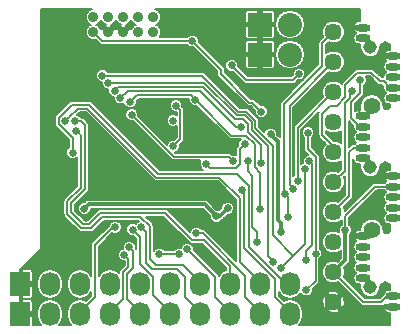
<source format=gbr>
G04 #@! TF.FileFunction,Copper,L2,Bot,Signal*
%FSLAX46Y46*%
G04 Gerber Fmt 4.6, Leading zero omitted, Abs format (unit mm)*
G04 Created by KiCad (PCBNEW 0.201502111101+5414~21~ubuntu14.04.1-product) date Wed 11 Feb 2015 11:41:42 AM PST*
%MOMM*%
G01*
G04 APERTURE LIST*
%ADD10C,0.100000*%
%ADD11O,1.270000X0.635000*%
%ADD12C,1.145540*%
%ADD13R,1.727200X2.032000*%
%ADD14O,1.727200X2.032000*%
%ADD15R,2.032000X2.032000*%
%ADD16O,2.032000X2.032000*%
%ADD17C,1.450000*%
%ADD18C,0.889000*%
%ADD19C,1.399540*%
%ADD20C,0.635000*%
%ADD21C,0.584200*%
%ADD22C,0.203200*%
%ADD23C,0.304800*%
G04 APERTURE END LIST*
D10*
D11*
X92710000Y-124841000D03*
X92710000Y-123952000D03*
D12*
X90741500Y-123190000D03*
D11*
X90170000Y-118872000D03*
X90170000Y-119761000D03*
X90170000Y-120650000D03*
X90170000Y-121539000D03*
X90170000Y-122428000D03*
D13*
X61087000Y-125476000D03*
D14*
X63627000Y-125476000D03*
X66167000Y-125476000D03*
X68707000Y-125476000D03*
X71247000Y-125476000D03*
X73787000Y-125476000D03*
X76327000Y-125476000D03*
X78867000Y-125476000D03*
X81407000Y-125476000D03*
X83947000Y-125476000D03*
D15*
X81407000Y-100965000D03*
D16*
X83947000Y-100965000D03*
D15*
X81407000Y-103505000D03*
D16*
X83947000Y-103505000D03*
D17*
X87630000Y-124460000D03*
X87630000Y-121920000D03*
X87630000Y-119380000D03*
X87630000Y-116840000D03*
X87630000Y-114300000D03*
X87630000Y-111760000D03*
X87630000Y-109220000D03*
X87630000Y-106680000D03*
X87630000Y-104140000D03*
X87630000Y-101600000D03*
D11*
X90170000Y-101219000D03*
X90170000Y-102108000D03*
D13*
X61087000Y-122936000D03*
D14*
X63627000Y-122936000D03*
X66167000Y-122936000D03*
X68707000Y-122936000D03*
X71247000Y-122936000D03*
X73787000Y-122936000D03*
X76327000Y-122936000D03*
X78867000Y-122936000D03*
X81407000Y-122936000D03*
X83947000Y-122936000D03*
D11*
X92710000Y-103632000D03*
X92710000Y-104521000D03*
X92710000Y-105410000D03*
X92710000Y-106299000D03*
X92710000Y-107188000D03*
X92710000Y-113792000D03*
X92710000Y-114681000D03*
X92710000Y-115570000D03*
X92710000Y-116459000D03*
X92710000Y-117348000D03*
X90170000Y-108712000D03*
X90170000Y-109601000D03*
X90170000Y-110490000D03*
X90170000Y-111379000D03*
X90170000Y-112268000D03*
D18*
X67310000Y-101600000D03*
X67310000Y-100330000D03*
X68580000Y-101600000D03*
X68580000Y-100330000D03*
X69850000Y-101600000D03*
X69850000Y-100330000D03*
X71120000Y-101600000D03*
X71120000Y-100330000D03*
X72390000Y-101600000D03*
X72390000Y-100330000D03*
D12*
X90741500Y-102870000D03*
D19*
X90868500Y-107823000D03*
D12*
X90741500Y-113030000D03*
D19*
X90868500Y-118364000D03*
D20*
X78740000Y-119888021D03*
X77749400Y-118694200D03*
X63555623Y-109659046D03*
X64476022Y-110694168D03*
X66682680Y-117307202D03*
D21*
X75565000Y-115570000D03*
D20*
X74599800Y-119202200D03*
X68935600Y-121107200D03*
X70573569Y-119098688D03*
X69011800Y-118948200D03*
X65744526Y-118545356D03*
X73253600Y-109397800D03*
X77419200Y-105130600D03*
X80086200Y-106197400D03*
X65620862Y-114554000D03*
X76584122Y-111248623D03*
X75692000Y-109728000D03*
X71628000Y-103886000D03*
X72771000Y-103886000D03*
X71628000Y-114808000D03*
X68072000Y-114808000D03*
X71755000Y-111125000D03*
X68072000Y-111125000D03*
X69850000Y-113030000D03*
D21*
X82677000Y-107569000D03*
D20*
X66675000Y-104902000D03*
X64135000Y-119761000D03*
X64008000Y-118872000D03*
X63119000Y-115062000D03*
X80772000Y-105029000D03*
X63119000Y-118364000D03*
X63119000Y-120015000D03*
X62103000Y-121158000D03*
X63119000Y-116840000D03*
X64008000Y-116840000D03*
X63119000Y-109728000D03*
X63119000Y-108585000D03*
X63119000Y-107188000D03*
X63119000Y-105791000D03*
X63119000Y-104394000D03*
X63119000Y-102870000D03*
X63119000Y-101473000D03*
X63119000Y-99949000D03*
X64389000Y-99949000D03*
X65786000Y-99949000D03*
X63119000Y-113919000D03*
X63754000Y-121158000D03*
X75692000Y-117094000D03*
X69215000Y-103378000D03*
X76835000Y-120218201D03*
X88900000Y-104521000D03*
X89166710Y-110109000D03*
X87757000Y-110490000D03*
X89535000Y-117729000D03*
X89027000Y-122047000D03*
X84836000Y-108585000D03*
X67691000Y-113411000D03*
X89925055Y-114741399D03*
X91440000Y-115443000D03*
X86487000Y-110998000D03*
X78867000Y-115697000D03*
X63099057Y-110855546D03*
X63079783Y-112533430D03*
X91645159Y-105077841D03*
X90726927Y-105740170D03*
X80777496Y-107022907D03*
X66421000Y-108623110D03*
X82299818Y-110235301D03*
X75692000Y-102362000D03*
X74041000Y-109093000D03*
X72898000Y-120396000D03*
X88646000Y-118364000D03*
X83185000Y-118491000D03*
X89916000Y-105664000D03*
X74549000Y-120396000D03*
X81534000Y-108331000D03*
X66530208Y-116560600D03*
X77724000Y-117195600D03*
X78689302Y-116509698D03*
X79019400Y-104419400D03*
X74074020Y-111259611D03*
X74295000Y-107835710D03*
X84709000Y-105156000D03*
X70561200Y-108610400D03*
X80378280Y-112522000D03*
X79140155Y-112528435D03*
X81153000Y-119380000D03*
X70434200Y-107518179D03*
X81419720Y-116586000D03*
X75946000Y-107315000D03*
X89206570Y-106594614D03*
X80124250Y-111112299D03*
X76835000Y-112776000D03*
X84585642Y-114186972D03*
X84201000Y-114858800D03*
X83540600Y-115316000D03*
X83778830Y-117260578D03*
X86108401Y-120357880D03*
X85471000Y-110109000D03*
X79819460Y-109597977D03*
X85344000Y-123444000D03*
X69596000Y-107188000D03*
X85344000Y-120904000D03*
X85585280Y-112534710D03*
X81534000Y-112649000D03*
X69100720Y-106553000D03*
X82550000Y-121031000D03*
X68580000Y-105918000D03*
X83185000Y-121577120D03*
X85191600Y-113207800D03*
X68072000Y-105283000D03*
X65811461Y-109936900D03*
X65784207Y-109149452D03*
X64922400Y-109143800D03*
X65542871Y-111806114D03*
X69136460Y-118111584D03*
X69924739Y-120468206D03*
X70322134Y-119818023D03*
X70613374Y-118337716D03*
X71368835Y-118115165D03*
X75238044Y-119983758D03*
X76022200Y-118618000D03*
X79870280Y-114935000D03*
D22*
X90170000Y-118872000D02*
X89535000Y-118872000D01*
X89306390Y-119100610D02*
X89306390Y-121767610D01*
X89306390Y-121767610D02*
X89027000Y-122047000D01*
X77749400Y-118694200D02*
X78740000Y-119684800D01*
X78740000Y-119684800D02*
X78740000Y-119888021D01*
X77300388Y-118694200D02*
X77749400Y-118694200D01*
X75692000Y-117094000D02*
X77292200Y-118694200D01*
X77292200Y-118694200D02*
X77300388Y-118694200D01*
X71755000Y-111125000D02*
X67500501Y-106870501D01*
X67500501Y-106870501D02*
X63436499Y-106870501D01*
X63187954Y-109659046D02*
X63555623Y-109659046D01*
X63119000Y-109728000D02*
X63187954Y-109659046D01*
X63436499Y-106870501D02*
X63119000Y-107188000D01*
X65747899Y-116209063D02*
X65747899Y-116579127D01*
X75692000Y-117094000D02*
X75172853Y-116574853D01*
X68072000Y-114808000D02*
X67148962Y-114808000D01*
X67415029Y-116574853D02*
X67000179Y-116989703D01*
X66475974Y-117307202D02*
X66682680Y-117307202D01*
X75172853Y-116574853D02*
X67415029Y-116574853D01*
X67148962Y-114808000D02*
X65747899Y-116209063D01*
X67000179Y-116989703D02*
X66682680Y-117307202D01*
X65747899Y-116579127D02*
X66475974Y-117307202D01*
X75504423Y-119507010D02*
X75199614Y-119202200D01*
X75048812Y-119202200D02*
X74599800Y-119202200D01*
X76835000Y-120218201D02*
X76123809Y-119507010D01*
X75199614Y-119202200D02*
X75048812Y-119202200D01*
X76123809Y-119507010D02*
X75504423Y-119507010D01*
X69011800Y-121031000D02*
X68935600Y-121107200D01*
X69011800Y-118948200D02*
X69011800Y-121031000D01*
X69011800Y-118948200D02*
X70423081Y-118948200D01*
X70256070Y-118781189D02*
X70573569Y-119098688D01*
X69682561Y-117849455D02*
X69682561Y-118207680D01*
X67894458Y-118545356D02*
X68874331Y-117565483D01*
X68874331Y-117565483D02*
X69398589Y-117565483D01*
X70423081Y-118948200D02*
X70573569Y-119098688D01*
X69682561Y-118207680D02*
X70256070Y-118781189D01*
X69398589Y-117565483D02*
X69682561Y-117849455D01*
X65744526Y-118545356D02*
X67894458Y-118545356D01*
X67462400Y-106045000D02*
X69481699Y-108064299D01*
X72936101Y-109080301D02*
X73253600Y-109397800D01*
X67779899Y-104609901D02*
X67462400Y-104927400D01*
X76949301Y-104609901D02*
X67779899Y-104609901D01*
X77127101Y-104787701D02*
X76949301Y-104609901D01*
X67462400Y-104927400D02*
X67462400Y-106045000D01*
X71920099Y-108064299D02*
X72936101Y-109080301D01*
X69481699Y-108064299D02*
X71920099Y-108064299D01*
X73253600Y-107975400D02*
X73253600Y-108984709D01*
X74612500Y-107251500D02*
X73977500Y-107251500D01*
X73253600Y-108984709D02*
X73253600Y-109397800D01*
X75692000Y-109728000D02*
X75692000Y-108331000D01*
X75692000Y-108331000D02*
X74612500Y-107251500D01*
X73977500Y-107251500D02*
X73253600Y-107975400D01*
X77127101Y-104787701D02*
X77127101Y-104838501D01*
X77127101Y-104838501D02*
X77419200Y-105130600D01*
X77114400Y-104775000D02*
X77127101Y-104787701D01*
X77089000Y-104775000D02*
X77114400Y-104775000D01*
X63119000Y-118364000D02*
X63119000Y-120015000D01*
X63119000Y-116840000D02*
X64008000Y-116840000D01*
X63119000Y-108585000D02*
X63119000Y-107188000D01*
X63119000Y-105791000D02*
X63119000Y-104394000D01*
X63119000Y-102870000D02*
X63119000Y-101473000D01*
X63119000Y-99949000D02*
X64389000Y-99949000D01*
X65786000Y-104013000D02*
X66675000Y-104902000D01*
X65786000Y-99949000D02*
X65786000Y-104013000D01*
X63119000Y-120523000D02*
X63754000Y-121158000D01*
X63119000Y-120015000D02*
X63119000Y-120523000D01*
X88011000Y-124841000D02*
X87630000Y-124460000D01*
X92710000Y-124841000D02*
X88011000Y-124841000D01*
X63119000Y-118364000D02*
X63119000Y-116840000D01*
X71628000Y-103886000D02*
X72771000Y-103886000D01*
X69850000Y-101600000D02*
X69342000Y-101092000D01*
X69088000Y-101092000D02*
X68580000Y-101600000D01*
X69342000Y-101092000D02*
X69088000Y-101092000D01*
X69723000Y-103886000D02*
X71628000Y-103886000D01*
X69215000Y-103378000D02*
X69723000Y-103886000D01*
X68199000Y-103378000D02*
X69215000Y-103378000D01*
X66675000Y-104902000D02*
X68199000Y-103378000D01*
X82677000Y-107315000D02*
X82677000Y-107569000D01*
X80187800Y-103505000D02*
X79933800Y-103759000D01*
X81407000Y-103505000D02*
X80187800Y-103505000D01*
X79933800Y-104190800D02*
X80137000Y-104394000D01*
X79933800Y-103759000D02*
X79933800Y-104190800D01*
X80137000Y-104394000D02*
X80137000Y-104775000D01*
X80479901Y-104736901D02*
X80772000Y-105029000D01*
X80175099Y-104736901D02*
X80479901Y-104736901D01*
X80137000Y-104775000D02*
X80175099Y-104736901D01*
X87805069Y-105093601D02*
X88327399Y-105093601D01*
X85128099Y-107770571D02*
X87805069Y-105093601D01*
X88327399Y-105093601D02*
X88900000Y-104521000D01*
X85128099Y-108292901D02*
X85128099Y-107770571D01*
X84836000Y-108585000D02*
X85128099Y-108292901D01*
X68072000Y-114808000D02*
X67691000Y-114427000D01*
X67691000Y-114427000D02*
X67691000Y-113860012D01*
X67691000Y-113860012D02*
X67691000Y-113411000D01*
X91440000Y-115824000D02*
X91440000Y-115443000D01*
X89535000Y-117729000D02*
X91440000Y-115824000D01*
X87630000Y-124460000D02*
X86676399Y-123506399D01*
X86676399Y-123506399D02*
X86676399Y-111600490D01*
X86676399Y-111600490D02*
X86487000Y-111411091D01*
X86487000Y-111411091D02*
X86487000Y-110998000D01*
X63119000Y-109728000D02*
X63119000Y-110835603D01*
X63119000Y-110835603D02*
X63099057Y-110855546D01*
X63119000Y-113919000D02*
X63119000Y-112572647D01*
X63119000Y-112572647D02*
X63079783Y-112533430D01*
X90614500Y-104521000D02*
X88900000Y-104521000D01*
X91503500Y-103632000D02*
X90614500Y-104521000D01*
X92710000Y-103632000D02*
X91503500Y-103632000D01*
X90242554Y-114423900D02*
X89925055Y-114741399D01*
X90744600Y-114423900D02*
X90242554Y-114423900D01*
X91376500Y-113792000D02*
X90744600Y-114423900D01*
X92710000Y-113792000D02*
X91376500Y-113792000D01*
X90726927Y-106189182D02*
X90726927Y-105740170D01*
X90726927Y-106504073D02*
X90726927Y-106189182D01*
X89789000Y-107442000D02*
X90726927Y-106504073D01*
X89789000Y-108585000D02*
X89789000Y-107442000D01*
X90043000Y-108585000D02*
X89789000Y-108585000D01*
X90170000Y-108712000D02*
X90043000Y-108585000D01*
X81323589Y-107569000D02*
X81094995Y-107340406D01*
X82677000Y-107569000D02*
X81323589Y-107569000D01*
X81094995Y-107340406D02*
X80777496Y-107022907D01*
X68072000Y-110274110D02*
X66421000Y-108623110D01*
X68072000Y-111125000D02*
X68072000Y-110274110D01*
X89535000Y-118872000D02*
X89306390Y-119100610D01*
X67310000Y-101600000D02*
X68072000Y-102362000D01*
X68072000Y-102362000D02*
X75692000Y-102362000D01*
D23*
X87630000Y-121920000D02*
X88646000Y-120904000D01*
X88646000Y-120904000D02*
X88646000Y-118364000D01*
D22*
X88646000Y-117914988D02*
X88646000Y-118364000D01*
X91144986Y-114681000D02*
X88646000Y-117179986D01*
X88646000Y-117179986D02*
X88646000Y-117914988D01*
X92710000Y-114681000D02*
X91144986Y-114681000D01*
X72898000Y-120396000D02*
X74549000Y-120396000D01*
X90170000Y-124460000D02*
X87630000Y-121920000D01*
X91694000Y-124460000D02*
X90170000Y-124460000D01*
X92202000Y-123952000D02*
X91694000Y-124460000D01*
X92710000Y-123952000D02*
X92202000Y-123952000D01*
X89916000Y-106784514D02*
X89916000Y-106113012D01*
X89154000Y-108902500D02*
X89154000Y-107546514D01*
X89154000Y-107546514D02*
X89916000Y-106784514D01*
X90170000Y-109601000D02*
X89852500Y-109601000D01*
X89916000Y-106113012D02*
X89916000Y-105664000D01*
X89852500Y-109601000D02*
X89154000Y-108902500D01*
X80772000Y-107569000D02*
X81534000Y-108331000D01*
X80518000Y-107569000D02*
X80772000Y-107569000D01*
X78105000Y-105156000D02*
X80518000Y-107569000D01*
X78105000Y-104775000D02*
X78105000Y-105156000D01*
X75692000Y-102362000D02*
X78105000Y-104775000D01*
D23*
X82617317Y-110552800D02*
X82299818Y-110235301D01*
X82931000Y-110866483D02*
X82617317Y-110552800D01*
X82931000Y-117475000D02*
X82931000Y-110866483D01*
X83185000Y-117729000D02*
X82931000Y-117475000D01*
X83185000Y-118491000D02*
X83185000Y-117729000D01*
X66898507Y-116192301D02*
X66847707Y-116243101D01*
X77724000Y-117195600D02*
X76720701Y-116192301D01*
X76720701Y-116192301D02*
X66898507Y-116192301D01*
X66847707Y-116243101D02*
X66530208Y-116560600D01*
X78003400Y-117195600D02*
X77724000Y-117195600D01*
X78689302Y-116509698D02*
X78003400Y-117195600D01*
D22*
X79311499Y-104711499D02*
X79019400Y-104419400D01*
X80264000Y-105664000D02*
X79311499Y-104711499D01*
X84201000Y-105664000D02*
X80264000Y-105664000D01*
X84709000Y-105156000D02*
X84201000Y-105664000D01*
X74676000Y-108216710D02*
X74295000Y-107835710D01*
X74676000Y-110657631D02*
X74676000Y-108216710D01*
X74074020Y-111259611D02*
X74676000Y-110657631D01*
X74091800Y-112141000D02*
X70853299Y-108902499D01*
X70853299Y-108902499D02*
X70561200Y-108610400D01*
X78752720Y-112141000D02*
X74091800Y-112141000D01*
X79140155Y-112528435D02*
X78752720Y-112141000D01*
X81153000Y-118491000D02*
X81153000Y-119380000D01*
X80772000Y-118110000D02*
X81153000Y-118491000D01*
X80772000Y-113792000D02*
X80772000Y-118110000D01*
X80378280Y-113398280D02*
X80772000Y-113792000D01*
X80378280Y-112522000D02*
X80378280Y-113398280D01*
X75552290Y-106921290D02*
X71031089Y-106921290D01*
X71031089Y-106921290D02*
X70751699Y-107200680D01*
X75946000Y-107315000D02*
X75552290Y-106921290D01*
X70751699Y-107200680D02*
X70434200Y-107518179D01*
X88976210Y-115493790D02*
X87630000Y-116840000D01*
X88976210Y-111734590D02*
X88976210Y-115493790D01*
X89331800Y-111379000D02*
X88976210Y-111734590D01*
X90170000Y-111379000D02*
X89331800Y-111379000D01*
X76263499Y-107632499D02*
X75946000Y-107315000D01*
X78994000Y-110363000D02*
X76263499Y-107632499D01*
X80238599Y-110363000D02*
X78994000Y-110363000D01*
X80975210Y-113065034D02*
X80975210Y-111099611D01*
X80975210Y-111099611D02*
X80238599Y-110363000D01*
X81419720Y-113509544D02*
X80975210Y-113065034D01*
X81419720Y-116586000D02*
X81419720Y-113509544D01*
X89065080Y-106736104D02*
X89206570Y-106594614D01*
X87630000Y-114300000D02*
X88583601Y-113346399D01*
X89065080Y-107149920D02*
X89065080Y-106736104D01*
X88583601Y-107631399D02*
X89065080Y-107149920D01*
X88583601Y-113346399D02*
X88583601Y-107631399D01*
X89662000Y-105029000D02*
X90823987Y-105029000D01*
X87376000Y-107823000D02*
X87898330Y-107823000D01*
X87630000Y-111252000D02*
X86676399Y-110298399D01*
X88646000Y-107075330D02*
X88646000Y-106045000D01*
X86676399Y-110298399D02*
X86676399Y-108522601D01*
X87898330Y-107823000D02*
X88646000Y-107075330D01*
X88646000Y-106045000D02*
X89662000Y-105029000D01*
X91871800Y-105778300D02*
X92392500Y-106299000D01*
X90823987Y-105029000D02*
X91573287Y-105778300D01*
X91573287Y-105778300D02*
X91871800Y-105778300D01*
X87630000Y-111760000D02*
X87630000Y-111252000D01*
X86676399Y-108522601D02*
X87376000Y-107823000D01*
X92392500Y-106299000D02*
X92710000Y-106299000D01*
X76835000Y-112776000D02*
X77152499Y-113093499D01*
X77152499Y-113093499D02*
X79387701Y-113093499D01*
X79387701Y-113093499D02*
X79743299Y-112737901D01*
X79743299Y-112737901D02*
X79743299Y-111493250D01*
X79743299Y-111493250D02*
X79832151Y-111404398D01*
X79832151Y-111404398D02*
X80124250Y-111112299D01*
X84585642Y-113737960D02*
X84585642Y-114186972D01*
X84585642Y-109724358D02*
X84585642Y-113737960D01*
X87630000Y-106680000D02*
X84585642Y-109724358D01*
X83908901Y-107861099D02*
X83908901Y-114566701D01*
X83908901Y-114566701D02*
X84201000Y-114858800D01*
X87630000Y-104140000D02*
X83908901Y-107861099D01*
X87630000Y-101600000D02*
X86676399Y-102553601D01*
X86676399Y-102553601D02*
X86676399Y-104458601D01*
X86676399Y-104458601D02*
X83400901Y-107734099D01*
X83540600Y-115290600D02*
X83540600Y-115316000D01*
X83400901Y-107734099D02*
X83400901Y-115150901D01*
X83400901Y-115150901D02*
X83540600Y-115290600D01*
X83778830Y-115554230D02*
X83540600Y-115316000D01*
X83778830Y-117260578D02*
X83778830Y-115554230D01*
X86108401Y-120806892D02*
X86108401Y-120357880D01*
X86182210Y-112217210D02*
X86182210Y-120284071D01*
X85471000Y-110109000D02*
X85471000Y-111506000D01*
X86182210Y-120284071D02*
X86108401Y-120357880D01*
X85471000Y-111506000D02*
X86182210Y-112217210D01*
X86108401Y-122679599D02*
X86108401Y-120806892D01*
X85344000Y-123444000D02*
X86108401Y-122679599D01*
X69596000Y-107188000D02*
X70192920Y-106591080D01*
X76363551Y-106591080D02*
X79370448Y-109597977D01*
X70192920Y-106591080D02*
X76363551Y-106591080D01*
X79370448Y-109597977D02*
X79819460Y-109597977D01*
X85852000Y-119634000D02*
X85852000Y-112801430D01*
X85344000Y-120142000D02*
X85852000Y-119634000D01*
X85344000Y-120904000D02*
X85344000Y-120142000D01*
X85852000Y-112801430D02*
X85585280Y-112534710D01*
X79990448Y-108991420D02*
X79296008Y-108991420D01*
X80365580Y-110022995D02*
X80365580Y-109366552D01*
X81534000Y-111191414D02*
X80365580Y-110022995D01*
X80365580Y-109366552D02*
X79990448Y-108991420D01*
X81534000Y-112649000D02*
X81534000Y-111191414D01*
X69100720Y-106540280D02*
X69100720Y-106553000D01*
X69380130Y-106260870D02*
X69100720Y-106540280D01*
X79296008Y-108991420D02*
X76565457Y-106260870D01*
X76565457Y-106260870D02*
X69380130Y-106260870D01*
X82232501Y-120713501D02*
X82550000Y-121031000D01*
X80695790Y-109886218D02*
X82086128Y-111276555D01*
X82086128Y-111276555D02*
X82086128Y-120567128D01*
X82086128Y-120567128D02*
X82232501Y-120713501D01*
X80127224Y-108661210D02*
X80695790Y-109229776D01*
X68580000Y-105918000D02*
X76689575Y-105918000D01*
X76689575Y-105918000D02*
X79432785Y-108661210D01*
X79432785Y-108661210D02*
X80127224Y-108661210D01*
X80695790Y-109229776D02*
X80695790Y-109886218D01*
X83502499Y-121259621D02*
X83185000Y-121577120D01*
X85191600Y-119570520D02*
X83502499Y-121259621D01*
X85191600Y-113207800D02*
X85191600Y-119570520D01*
X82499210Y-118821210D02*
X84201000Y-120523000D01*
X83185000Y-121539000D02*
X83185000Y-121577120D01*
X81026000Y-109093000D02*
X81026000Y-109749441D01*
X76521562Y-105283000D02*
X79569562Y-108331000D01*
X79569562Y-108331000D02*
X80264000Y-108331000D01*
X82499210Y-111222651D02*
X82499210Y-118821210D01*
X80264000Y-108331000D02*
X81026000Y-109093000D01*
X81026000Y-109749441D02*
X82499210Y-111222651D01*
X84201000Y-120523000D02*
X83185000Y-121539000D01*
X68072000Y-105283000D02*
X76521562Y-105283000D01*
X76327000Y-122936000D02*
X76327000Y-122783600D01*
X76327000Y-122783600D02*
X74879190Y-121335790D01*
X72085210Y-120853210D02*
X72085210Y-118035150D01*
X66235720Y-110361159D02*
X66128960Y-110254399D01*
X74879190Y-121335790D02*
X72567790Y-121335790D01*
X72567790Y-121335790D02*
X72085210Y-120853210D01*
X71285333Y-117235273D02*
X68029826Y-117235273D01*
X72085210Y-118035150D02*
X71285333Y-117235273D01*
X68029826Y-117235273D02*
X67081586Y-118183513D01*
X67081586Y-118183513D02*
X66283774Y-118183513D01*
X66283774Y-118183513D02*
X65087479Y-116987218D01*
X65087479Y-116987218D02*
X65087479Y-115928534D01*
X66235720Y-114780293D02*
X66235720Y-110361159D01*
X65087479Y-115928534D02*
X66235720Y-114780293D01*
X66128960Y-110254399D02*
X65811461Y-109936900D01*
X78867000Y-122936000D02*
X78867000Y-121412000D01*
X78867000Y-121412000D02*
X76631800Y-119176800D01*
X76631800Y-119176800D02*
X75641200Y-119176800D01*
X75641200Y-119176800D02*
X73369463Y-116905063D01*
X73369463Y-116905063D02*
X67893049Y-116905063D01*
X65417689Y-116065311D02*
X66586099Y-114896901D01*
X67893049Y-116905063D02*
X66944809Y-117853303D01*
X66944809Y-117853303D02*
X66420551Y-117853303D01*
X66420551Y-117853303D02*
X65417689Y-116850441D01*
X65417689Y-116850441D02*
X65417689Y-116065311D01*
X66586099Y-109502332D02*
X66233219Y-109149452D01*
X66586099Y-114896901D02*
X66586099Y-109502332D01*
X66233219Y-109149452D02*
X65784207Y-109149452D01*
X78867000Y-122936000D02*
X78867000Y-122555000D01*
X81407000Y-122936000D02*
X81407000Y-122783600D01*
X81407000Y-122783600D02*
X79730580Y-121107180D01*
X66802000Y-108077000D02*
X65989200Y-108077000D01*
X79730580Y-121107180D02*
X79730580Y-115671580D01*
X79730580Y-115671580D02*
X77978000Y-113919000D01*
X77978000Y-113919000D02*
X72644000Y-113919000D01*
X72644000Y-113919000D02*
X66802000Y-108077000D01*
X65989200Y-108077000D02*
X65239899Y-108826301D01*
X65239899Y-108826301D02*
X64922400Y-109143800D01*
X83947000Y-122936000D02*
X83571005Y-122936000D01*
X65542871Y-110572501D02*
X65542871Y-111357102D01*
X83571005Y-122936000D02*
X80441790Y-119806785D01*
X72780776Y-113588790D02*
X66938777Y-107746790D01*
X80441790Y-119806785D02*
X80441790Y-114604790D01*
X79425790Y-113588790D02*
X72780776Y-113588790D01*
X66938777Y-107746790D02*
X65511180Y-107746790D01*
X64376299Y-109405929D02*
X65542871Y-110572501D01*
X80441790Y-114604790D02*
X79425790Y-113588790D01*
X65511180Y-107746790D02*
X64376299Y-108881671D01*
X64376299Y-108881671D02*
X64376299Y-109405929D01*
X65542871Y-111357102D02*
X65542871Y-111806114D01*
X66167000Y-125476000D02*
X66167000Y-125323600D01*
X66167000Y-125323600D02*
X67437000Y-124053600D01*
X67437000Y-124053600D02*
X67437000Y-119625362D01*
X67437000Y-119625362D02*
X68950778Y-118111584D01*
X68950778Y-118111584D02*
X69136460Y-118111584D01*
X68707000Y-125476000D02*
X68707000Y-125323600D01*
X68707000Y-125323600D02*
X69814557Y-124216043D01*
X69814557Y-124216043D02*
X69814557Y-121938681D01*
X69814557Y-121938681D02*
X70269101Y-121484137D01*
X70269101Y-121484137D02*
X70269101Y-120812568D01*
X70269101Y-120812568D02*
X70242238Y-120785705D01*
X70242238Y-120785705D02*
X69924739Y-120468206D01*
X71247000Y-125476000D02*
X71247000Y-125323600D01*
X71247000Y-125323600D02*
X70154790Y-124231390D01*
X70154790Y-124231390D02*
X70154790Y-122065435D01*
X70154790Y-122065435D02*
X70639633Y-121580592D01*
X70639633Y-121580592D02*
X70639633Y-120135522D01*
X70639633Y-120135522D02*
X70322134Y-119818023D01*
X73787000Y-125476000D02*
X73787000Y-125323600D01*
X72339210Y-123875810D02*
X72339210Y-122331192D01*
X73787000Y-125323600D02*
X72339210Y-123875810D01*
X72339210Y-122331192D02*
X71247000Y-121238982D01*
X70930873Y-118655215D02*
X70613374Y-118337716D01*
X71247000Y-121238982D02*
X71247000Y-118971342D01*
X71247000Y-118971342D02*
X70930873Y-118655215D01*
X76327000Y-125476000D02*
X76327000Y-125323600D01*
X72263000Y-121666000D02*
X71755000Y-121158000D01*
X71686334Y-118432664D02*
X71368835Y-118115165D01*
X76327000Y-125323600D02*
X75057000Y-124053600D01*
X75057000Y-124053600D02*
X75057000Y-122301000D01*
X75057000Y-122301000D02*
X74422000Y-121666000D01*
X74422000Y-121666000D02*
X72263000Y-121666000D01*
X71755000Y-121158000D02*
X71755000Y-118501330D01*
X71755000Y-118501330D02*
X71686334Y-118432664D01*
X78867000Y-125476000D02*
X78867000Y-125323600D01*
X78867000Y-125323600D02*
X77597000Y-124053600D01*
X77597000Y-124053600D02*
X77597000Y-122342714D01*
X77597000Y-122342714D02*
X75555543Y-120301257D01*
X75555543Y-120301257D02*
X75238044Y-119983758D01*
X81407000Y-125476000D02*
X81407000Y-125323600D01*
X80137000Y-124053600D02*
X80137000Y-122215013D01*
X81407000Y-125323600D02*
X80137000Y-124053600D01*
X76435291Y-118618000D02*
X76022200Y-118618000D01*
X80137000Y-122215013D02*
X76539987Y-118618000D01*
X76539987Y-118618000D02*
X76435291Y-118618000D01*
X83947000Y-125476000D02*
X83947000Y-125323600D01*
X83947000Y-125323600D02*
X82677000Y-124053600D01*
X82677000Y-124053600D02*
X82677000Y-122508982D01*
X80060790Y-119892772D02*
X80060790Y-115125510D01*
X82677000Y-122508982D02*
X80060790Y-119892772D01*
X80060790Y-115125510D02*
X79870280Y-114935000D01*
G36*
X70894129Y-100965032D02*
X70739217Y-101029041D01*
X70549706Y-101218222D01*
X70490198Y-101361532D01*
X70487073Y-101344799D01*
X70480934Y-101329976D01*
X70389381Y-101276145D01*
X70065526Y-101600000D01*
X70079668Y-101614142D01*
X69864142Y-101829668D01*
X69850000Y-101815526D01*
X69835857Y-101829668D01*
X69634474Y-101628285D01*
X69620331Y-101614142D01*
X69634474Y-101600000D01*
X69310619Y-101276145D01*
X69219066Y-101329976D01*
X69216320Y-101342982D01*
X69210934Y-101329976D01*
X69119381Y-101276145D01*
X68795526Y-101600000D01*
X68809668Y-101614142D01*
X68594142Y-101829668D01*
X68580000Y-101815526D01*
X68565857Y-101829668D01*
X68350331Y-101614142D01*
X68364474Y-101600000D01*
X68040619Y-101276145D01*
X67949066Y-101329976D01*
X67941511Y-101365764D01*
X67880959Y-101219217D01*
X67691778Y-101029706D01*
X67535870Y-100964967D01*
X67690783Y-100900959D01*
X67880294Y-100711778D01*
X67945032Y-100555870D01*
X68009041Y-100710783D01*
X68198222Y-100900294D01*
X68341532Y-100959801D01*
X68324799Y-100962927D01*
X68309976Y-100969066D01*
X68256145Y-101060619D01*
X68580000Y-101384474D01*
X68903855Y-101060619D01*
X68850024Y-100969066D01*
X68814235Y-100961511D01*
X68960783Y-100900959D01*
X69150294Y-100711778D01*
X69215032Y-100555870D01*
X69279041Y-100710783D01*
X69468222Y-100900294D01*
X69611532Y-100959801D01*
X69594799Y-100962927D01*
X69579976Y-100969066D01*
X69526145Y-101060619D01*
X69850000Y-101384474D01*
X70173855Y-101060619D01*
X70120024Y-100969066D01*
X70084235Y-100961511D01*
X70230783Y-100900959D01*
X70420294Y-100711778D01*
X70485032Y-100555870D01*
X70549041Y-100710783D01*
X70738222Y-100900294D01*
X70894129Y-100965032D01*
X70894129Y-100965032D01*
G37*
X70894129Y-100965032D02*
X70739217Y-101029041D01*
X70549706Y-101218222D01*
X70490198Y-101361532D01*
X70487073Y-101344799D01*
X70480934Y-101329976D01*
X70389381Y-101276145D01*
X70065526Y-101600000D01*
X70079668Y-101614142D01*
X69864142Y-101829668D01*
X69850000Y-101815526D01*
X69835857Y-101829668D01*
X69634474Y-101628285D01*
X69620331Y-101614142D01*
X69634474Y-101600000D01*
X69310619Y-101276145D01*
X69219066Y-101329976D01*
X69216320Y-101342982D01*
X69210934Y-101329976D01*
X69119381Y-101276145D01*
X68795526Y-101600000D01*
X68809668Y-101614142D01*
X68594142Y-101829668D01*
X68580000Y-101815526D01*
X68565857Y-101829668D01*
X68350331Y-101614142D01*
X68364474Y-101600000D01*
X68040619Y-101276145D01*
X67949066Y-101329976D01*
X67941511Y-101365764D01*
X67880959Y-101219217D01*
X67691778Y-101029706D01*
X67535870Y-100964967D01*
X67690783Y-100900959D01*
X67880294Y-100711778D01*
X67945032Y-100555870D01*
X68009041Y-100710783D01*
X68198222Y-100900294D01*
X68341532Y-100959801D01*
X68324799Y-100962927D01*
X68309976Y-100969066D01*
X68256145Y-101060619D01*
X68580000Y-101384474D01*
X68903855Y-101060619D01*
X68850024Y-100969066D01*
X68814235Y-100961511D01*
X68960783Y-100900959D01*
X69150294Y-100711778D01*
X69215032Y-100555870D01*
X69279041Y-100710783D01*
X69468222Y-100900294D01*
X69611532Y-100959801D01*
X69594799Y-100962927D01*
X69579976Y-100969066D01*
X69526145Y-101060619D01*
X69850000Y-101384474D01*
X70173855Y-101060619D01*
X70120024Y-100969066D01*
X70084235Y-100961511D01*
X70230783Y-100900959D01*
X70420294Y-100711778D01*
X70485032Y-100555870D01*
X70549041Y-100710783D01*
X70738222Y-100900294D01*
X70894129Y-100965032D01*
G36*
X71183817Y-117600731D02*
X71059898Y-117651934D01*
X70906144Y-117805420D01*
X70883988Y-117858776D01*
X70722477Y-117791711D01*
X70505225Y-117791521D01*
X70304437Y-117874485D01*
X70150683Y-118027971D01*
X70067369Y-118228613D01*
X70067179Y-118445865D01*
X70150143Y-118646653D01*
X70303629Y-118800407D01*
X70504271Y-118883721D01*
X70692570Y-118883885D01*
X70697383Y-118888698D01*
X70697386Y-118888702D01*
X70916800Y-119108116D01*
X70916800Y-119967407D01*
X70873120Y-119902035D01*
X70873116Y-119902032D01*
X70868165Y-119897081D01*
X70868329Y-119709874D01*
X70785365Y-119509086D01*
X70631879Y-119355332D01*
X70431237Y-119272018D01*
X70213985Y-119271828D01*
X70013197Y-119354792D01*
X69859443Y-119508278D01*
X69776129Y-119708920D01*
X69775939Y-119926172D01*
X69780398Y-119936965D01*
X69615802Y-120004975D01*
X69462048Y-120158461D01*
X69378734Y-120359103D01*
X69378544Y-120576355D01*
X69461508Y-120777143D01*
X69614994Y-120930897D01*
X69815636Y-121014211D01*
X69938901Y-121014318D01*
X69938901Y-121347363D01*
X69581070Y-121705194D01*
X69509492Y-121812319D01*
X69484357Y-121938681D01*
X69484357Y-121994480D01*
X69479302Y-121986915D01*
X69124967Y-121750156D01*
X68707000Y-121667017D01*
X68289033Y-121750156D01*
X67934698Y-121986915D01*
X67767200Y-122237593D01*
X67767200Y-119762135D01*
X68917403Y-118611932D01*
X69027357Y-118657589D01*
X69244609Y-118657779D01*
X69445397Y-118574815D01*
X69599151Y-118421329D01*
X69682465Y-118220687D01*
X69682655Y-118003435D01*
X69599691Y-117802647D01*
X69446205Y-117648893D01*
X69245563Y-117565579D01*
X69124359Y-117565473D01*
X71148559Y-117565473D01*
X71183817Y-117600731D01*
X71183817Y-117600731D01*
G37*
X71183817Y-117600731D02*
X71059898Y-117651934D01*
X70906144Y-117805420D01*
X70883988Y-117858776D01*
X70722477Y-117791711D01*
X70505225Y-117791521D01*
X70304437Y-117874485D01*
X70150683Y-118027971D01*
X70067369Y-118228613D01*
X70067179Y-118445865D01*
X70150143Y-118646653D01*
X70303629Y-118800407D01*
X70504271Y-118883721D01*
X70692570Y-118883885D01*
X70697383Y-118888698D01*
X70697386Y-118888702D01*
X70916800Y-119108116D01*
X70916800Y-119967407D01*
X70873120Y-119902035D01*
X70873116Y-119902032D01*
X70868165Y-119897081D01*
X70868329Y-119709874D01*
X70785365Y-119509086D01*
X70631879Y-119355332D01*
X70431237Y-119272018D01*
X70213985Y-119271828D01*
X70013197Y-119354792D01*
X69859443Y-119508278D01*
X69776129Y-119708920D01*
X69775939Y-119926172D01*
X69780398Y-119936965D01*
X69615802Y-120004975D01*
X69462048Y-120158461D01*
X69378734Y-120359103D01*
X69378544Y-120576355D01*
X69461508Y-120777143D01*
X69614994Y-120930897D01*
X69815636Y-121014211D01*
X69938901Y-121014318D01*
X69938901Y-121347363D01*
X69581070Y-121705194D01*
X69509492Y-121812319D01*
X69484357Y-121938681D01*
X69484357Y-121994480D01*
X69479302Y-121986915D01*
X69124967Y-121750156D01*
X68707000Y-121667017D01*
X68289033Y-121750156D01*
X67934698Y-121986915D01*
X67767200Y-122237593D01*
X67767200Y-119762135D01*
X68917403Y-118611932D01*
X69027357Y-118657589D01*
X69244609Y-118657779D01*
X69445397Y-118574815D01*
X69599151Y-118421329D01*
X69682465Y-118220687D01*
X69682655Y-118003435D01*
X69599691Y-117802647D01*
X69446205Y-117648893D01*
X69245563Y-117565579D01*
X69124359Y-117565473D01*
X71148559Y-117565473D01*
X71183817Y-117600731D01*
G36*
X78536800Y-121732698D02*
X78449033Y-121750156D01*
X78094698Y-121986915D01*
X77911086Y-122261708D01*
X77902065Y-122216352D01*
X77830487Y-122109227D01*
X75789030Y-120067770D01*
X75789026Y-120067767D01*
X75784075Y-120062816D01*
X75784239Y-119875609D01*
X75701275Y-119674821D01*
X75547789Y-119521067D01*
X75347147Y-119437753D01*
X75129895Y-119437563D01*
X74929107Y-119520527D01*
X74775353Y-119674013D01*
X74695782Y-119865640D01*
X74658103Y-119849995D01*
X74440851Y-119849805D01*
X74240063Y-119932769D01*
X74106799Y-120065800D01*
X73340005Y-120065800D01*
X73207745Y-119933309D01*
X73007103Y-119849995D01*
X72789851Y-119849805D01*
X72589063Y-119932769D01*
X72435309Y-120086255D01*
X72415410Y-120134177D01*
X72415410Y-118035155D01*
X72415410Y-118035150D01*
X72415411Y-118035150D01*
X72390275Y-117908788D01*
X72318697Y-117801663D01*
X71752297Y-117235263D01*
X73232689Y-117235263D01*
X75407710Y-119410283D01*
X75407713Y-119410287D01*
X75514838Y-119481865D01*
X75641200Y-119507000D01*
X76495026Y-119507000D01*
X78536800Y-121548774D01*
X78536800Y-121732698D01*
X78536800Y-121732698D01*
G37*
X78536800Y-121732698D02*
X78449033Y-121750156D01*
X78094698Y-121986915D01*
X77911086Y-122261708D01*
X77902065Y-122216352D01*
X77830487Y-122109227D01*
X75789030Y-120067770D01*
X75789026Y-120067767D01*
X75784075Y-120062816D01*
X75784239Y-119875609D01*
X75701275Y-119674821D01*
X75547789Y-119521067D01*
X75347147Y-119437753D01*
X75129895Y-119437563D01*
X74929107Y-119520527D01*
X74775353Y-119674013D01*
X74695782Y-119865640D01*
X74658103Y-119849995D01*
X74440851Y-119849805D01*
X74240063Y-119932769D01*
X74106799Y-120065800D01*
X73340005Y-120065800D01*
X73207745Y-119933309D01*
X73007103Y-119849995D01*
X72789851Y-119849805D01*
X72589063Y-119932769D01*
X72435309Y-120086255D01*
X72415410Y-120134177D01*
X72415410Y-118035155D01*
X72415410Y-118035150D01*
X72415411Y-118035150D01*
X72390275Y-117908788D01*
X72318697Y-117801663D01*
X71752297Y-117235263D01*
X73232689Y-117235263D01*
X75407710Y-119410283D01*
X75407713Y-119410287D01*
X75514838Y-119481865D01*
X75641200Y-119507000D01*
X76495026Y-119507000D01*
X78536800Y-121548774D01*
X78536800Y-121732698D01*
G36*
X79400380Y-121011419D02*
X79235497Y-120846536D01*
X79235497Y-116401549D01*
X79152533Y-116200761D01*
X78999047Y-116047007D01*
X78798405Y-115963693D01*
X78581153Y-115963503D01*
X78380365Y-116046467D01*
X78226611Y-116199953D01*
X78143297Y-116400595D01*
X78143195Y-116516988D01*
X77958513Y-116701670D01*
X77833103Y-116649595D01*
X77716709Y-116649493D01*
X76990109Y-115922893D01*
X76866504Y-115840303D01*
X76720701Y-115811301D01*
X66898507Y-115811301D01*
X66752704Y-115840303D01*
X66629099Y-115922893D01*
X66578299Y-115973693D01*
X66578296Y-115973696D01*
X66537486Y-116014505D01*
X66422059Y-116014405D01*
X66221271Y-116097369D01*
X66067517Y-116250855D01*
X65984203Y-116451497D01*
X65984013Y-116668749D01*
X66066977Y-116869537D01*
X66220463Y-117023291D01*
X66421105Y-117106605D01*
X66638357Y-117106795D01*
X66839145Y-117023831D01*
X66992899Y-116870345D01*
X67076213Y-116669703D01*
X67076297Y-116573301D01*
X76562885Y-116573301D01*
X77177905Y-117188321D01*
X77177805Y-117303749D01*
X77260769Y-117504537D01*
X77414255Y-117658291D01*
X77614897Y-117741605D01*
X77832149Y-117741795D01*
X78032937Y-117658831D01*
X78143160Y-117548800D01*
X78143160Y-117548799D01*
X78149202Y-117547598D01*
X78149203Y-117547598D01*
X78272808Y-117465008D01*
X78682023Y-117055792D01*
X78797451Y-117055893D01*
X78998239Y-116972929D01*
X79151993Y-116819443D01*
X79235307Y-116618801D01*
X79235497Y-116401549D01*
X79235497Y-120846536D01*
X76773474Y-118384513D01*
X76666349Y-118312935D01*
X76539987Y-118287800D01*
X76464205Y-118287800D01*
X76331945Y-118155309D01*
X76131303Y-118071995D01*
X75914051Y-118071805D01*
X75713263Y-118154769D01*
X75559509Y-118308255D01*
X75476195Y-118508897D01*
X75476163Y-118544790D01*
X73602950Y-116671576D01*
X73495825Y-116599998D01*
X73369463Y-116574863D01*
X67893054Y-116574863D01*
X67893049Y-116574862D01*
X67766687Y-116599998D01*
X67659562Y-116671576D01*
X66808035Y-117523103D01*
X66557324Y-117523103D01*
X65747889Y-116713667D01*
X65747889Y-116202084D01*
X66819582Y-115130390D01*
X66819585Y-115130388D01*
X66819586Y-115130388D01*
X66891164Y-115023263D01*
X66916299Y-114896901D01*
X66916299Y-109502337D01*
X66916299Y-109502332D01*
X66916300Y-109502332D01*
X66891164Y-109375970D01*
X66819586Y-109268846D01*
X66819586Y-109268845D01*
X66819582Y-109268842D01*
X66466706Y-108915965D01*
X66359581Y-108844387D01*
X66233219Y-108819252D01*
X66226212Y-108819252D01*
X66093952Y-108686761D01*
X65919041Y-108614131D01*
X66125973Y-108407200D01*
X66665226Y-108407200D01*
X72410510Y-114152483D01*
X72410513Y-114152487D01*
X72410514Y-114152487D01*
X72517638Y-114224065D01*
X72644000Y-114249201D01*
X72644000Y-114249200D01*
X72644005Y-114249200D01*
X77841226Y-114249200D01*
X79400380Y-115808353D01*
X79400380Y-121011419D01*
X79400380Y-121011419D01*
G37*
X79400380Y-121011419D02*
X79235497Y-120846536D01*
X79235497Y-116401549D01*
X79152533Y-116200761D01*
X78999047Y-116047007D01*
X78798405Y-115963693D01*
X78581153Y-115963503D01*
X78380365Y-116046467D01*
X78226611Y-116199953D01*
X78143297Y-116400595D01*
X78143195Y-116516988D01*
X77958513Y-116701670D01*
X77833103Y-116649595D01*
X77716709Y-116649493D01*
X76990109Y-115922893D01*
X76866504Y-115840303D01*
X76720701Y-115811301D01*
X66898507Y-115811301D01*
X66752704Y-115840303D01*
X66629099Y-115922893D01*
X66578299Y-115973693D01*
X66578296Y-115973696D01*
X66537486Y-116014505D01*
X66422059Y-116014405D01*
X66221271Y-116097369D01*
X66067517Y-116250855D01*
X65984203Y-116451497D01*
X65984013Y-116668749D01*
X66066977Y-116869537D01*
X66220463Y-117023291D01*
X66421105Y-117106605D01*
X66638357Y-117106795D01*
X66839145Y-117023831D01*
X66992899Y-116870345D01*
X67076213Y-116669703D01*
X67076297Y-116573301D01*
X76562885Y-116573301D01*
X77177905Y-117188321D01*
X77177805Y-117303749D01*
X77260769Y-117504537D01*
X77414255Y-117658291D01*
X77614897Y-117741605D01*
X77832149Y-117741795D01*
X78032937Y-117658831D01*
X78143160Y-117548800D01*
X78143160Y-117548799D01*
X78149202Y-117547598D01*
X78149203Y-117547598D01*
X78272808Y-117465008D01*
X78682023Y-117055792D01*
X78797451Y-117055893D01*
X78998239Y-116972929D01*
X79151993Y-116819443D01*
X79235307Y-116618801D01*
X79235497Y-116401549D01*
X79235497Y-120846536D01*
X76773474Y-118384513D01*
X76666349Y-118312935D01*
X76539987Y-118287800D01*
X76464205Y-118287800D01*
X76331945Y-118155309D01*
X76131303Y-118071995D01*
X75914051Y-118071805D01*
X75713263Y-118154769D01*
X75559509Y-118308255D01*
X75476195Y-118508897D01*
X75476163Y-118544790D01*
X73602950Y-116671576D01*
X73495825Y-116599998D01*
X73369463Y-116574863D01*
X67893054Y-116574863D01*
X67893049Y-116574862D01*
X67766687Y-116599998D01*
X67659562Y-116671576D01*
X66808035Y-117523103D01*
X66557324Y-117523103D01*
X65747889Y-116713667D01*
X65747889Y-116202084D01*
X66819582Y-115130390D01*
X66819585Y-115130388D01*
X66819586Y-115130388D01*
X66891164Y-115023263D01*
X66916299Y-114896901D01*
X66916299Y-109502337D01*
X66916299Y-109502332D01*
X66916300Y-109502332D01*
X66891164Y-109375970D01*
X66819586Y-109268846D01*
X66819586Y-109268845D01*
X66819582Y-109268842D01*
X66466706Y-108915965D01*
X66359581Y-108844387D01*
X66233219Y-108819252D01*
X66226212Y-108819252D01*
X66093952Y-108686761D01*
X65919041Y-108614131D01*
X66125973Y-108407200D01*
X66665226Y-108407200D01*
X72410510Y-114152483D01*
X72410513Y-114152487D01*
X72410514Y-114152487D01*
X72517638Y-114224065D01*
X72644000Y-114249201D01*
X72644000Y-114249200D01*
X72644005Y-114249200D01*
X77841226Y-114249200D01*
X79400380Y-115808353D01*
X79400380Y-121011419D01*
G36*
X79771103Y-110693200D02*
X79661559Y-110802554D01*
X79578245Y-111003196D01*
X79578080Y-111191495D01*
X79509812Y-111259763D01*
X79438234Y-111366888D01*
X79413099Y-111493250D01*
X79413099Y-112050462D01*
X79249258Y-111982430D01*
X79060959Y-111982265D01*
X78986207Y-111907513D01*
X78879082Y-111835935D01*
X78752720Y-111810800D01*
X74228574Y-111810800D01*
X74211472Y-111793698D01*
X74382957Y-111722842D01*
X74536711Y-111569356D01*
X74620025Y-111368714D01*
X74620189Y-111180414D01*
X74909483Y-110891120D01*
X74909486Y-110891118D01*
X74909487Y-110891118D01*
X74981065Y-110783993D01*
X75006200Y-110657631D01*
X75006200Y-108216710D01*
X74981065Y-108090348D01*
X74909487Y-107983223D01*
X74909483Y-107983220D01*
X74841031Y-107914768D01*
X74841195Y-107727561D01*
X74758231Y-107526773D01*
X74604745Y-107373019D01*
X74404103Y-107289705D01*
X74186851Y-107289515D01*
X73986063Y-107372479D01*
X73832309Y-107525965D01*
X73748995Y-107726607D01*
X73748805Y-107943859D01*
X73831769Y-108144647D01*
X73985255Y-108298401D01*
X74185897Y-108381715D01*
X74345800Y-108381854D01*
X74345800Y-108628255D01*
X74150103Y-108546995D01*
X73932851Y-108546805D01*
X73732063Y-108629769D01*
X73578309Y-108783255D01*
X73494995Y-108983897D01*
X73494805Y-109201149D01*
X73577769Y-109401937D01*
X73731255Y-109555691D01*
X73931897Y-109639005D01*
X74149149Y-109639195D01*
X74345800Y-109557940D01*
X74345800Y-110520857D01*
X74153077Y-110713579D01*
X73965871Y-110713416D01*
X73765083Y-110796380D01*
X73611329Y-110949866D01*
X73539829Y-111122055D01*
X71107231Y-108689457D01*
X71107395Y-108502251D01*
X71024431Y-108301463D01*
X70870945Y-108147709D01*
X70670303Y-108064395D01*
X70542568Y-108064283D01*
X70743137Y-107981410D01*
X70896891Y-107827924D01*
X70980205Y-107627282D01*
X70980369Y-107438982D01*
X70985182Y-107434169D01*
X70985185Y-107434167D01*
X70985186Y-107434167D01*
X71167863Y-107251490D01*
X75399955Y-107251490D01*
X75399805Y-107423149D01*
X75482769Y-107623937D01*
X75636255Y-107777691D01*
X75836897Y-107861005D01*
X76025196Y-107861169D01*
X76030009Y-107865982D01*
X76030012Y-107865986D01*
X78760510Y-110596483D01*
X78760513Y-110596487D01*
X78760514Y-110596487D01*
X78867638Y-110668065D01*
X78994000Y-110693201D01*
X78994000Y-110693200D01*
X78994005Y-110693200D01*
X79771103Y-110693200D01*
X79771103Y-110693200D01*
G37*
X79771103Y-110693200D02*
X79661559Y-110802554D01*
X79578245Y-111003196D01*
X79578080Y-111191495D01*
X79509812Y-111259763D01*
X79438234Y-111366888D01*
X79413099Y-111493250D01*
X79413099Y-112050462D01*
X79249258Y-111982430D01*
X79060959Y-111982265D01*
X78986207Y-111907513D01*
X78879082Y-111835935D01*
X78752720Y-111810800D01*
X74228574Y-111810800D01*
X74211472Y-111793698D01*
X74382957Y-111722842D01*
X74536711Y-111569356D01*
X74620025Y-111368714D01*
X74620189Y-111180414D01*
X74909483Y-110891120D01*
X74909486Y-110891118D01*
X74909487Y-110891118D01*
X74981065Y-110783993D01*
X75006200Y-110657631D01*
X75006200Y-108216710D01*
X74981065Y-108090348D01*
X74909487Y-107983223D01*
X74909483Y-107983220D01*
X74841031Y-107914768D01*
X74841195Y-107727561D01*
X74758231Y-107526773D01*
X74604745Y-107373019D01*
X74404103Y-107289705D01*
X74186851Y-107289515D01*
X73986063Y-107372479D01*
X73832309Y-107525965D01*
X73748995Y-107726607D01*
X73748805Y-107943859D01*
X73831769Y-108144647D01*
X73985255Y-108298401D01*
X74185897Y-108381715D01*
X74345800Y-108381854D01*
X74345800Y-108628255D01*
X74150103Y-108546995D01*
X73932851Y-108546805D01*
X73732063Y-108629769D01*
X73578309Y-108783255D01*
X73494995Y-108983897D01*
X73494805Y-109201149D01*
X73577769Y-109401937D01*
X73731255Y-109555691D01*
X73931897Y-109639005D01*
X74149149Y-109639195D01*
X74345800Y-109557940D01*
X74345800Y-110520857D01*
X74153077Y-110713579D01*
X73965871Y-110713416D01*
X73765083Y-110796380D01*
X73611329Y-110949866D01*
X73539829Y-111122055D01*
X71107231Y-108689457D01*
X71107395Y-108502251D01*
X71024431Y-108301463D01*
X70870945Y-108147709D01*
X70670303Y-108064395D01*
X70542568Y-108064283D01*
X70743137Y-107981410D01*
X70896891Y-107827924D01*
X70980205Y-107627282D01*
X70980369Y-107438982D01*
X70985182Y-107434169D01*
X70985185Y-107434167D01*
X70985186Y-107434167D01*
X71167863Y-107251490D01*
X75399955Y-107251490D01*
X75399805Y-107423149D01*
X75482769Y-107623937D01*
X75636255Y-107777691D01*
X75836897Y-107861005D01*
X76025196Y-107861169D01*
X76030009Y-107865982D01*
X76030012Y-107865986D01*
X78760510Y-110596483D01*
X78760513Y-110596487D01*
X78760514Y-110596487D01*
X78867638Y-110668065D01*
X78994000Y-110693201D01*
X78994000Y-110693200D01*
X78994005Y-110693200D01*
X79771103Y-110693200D01*
G36*
X88253401Y-111034718D02*
X88170876Y-110952049D01*
X87820515Y-110806566D01*
X87651391Y-110806418D01*
X87006599Y-110161625D01*
X87006599Y-109945281D01*
X87089124Y-110027951D01*
X87439485Y-110173434D01*
X87818851Y-110173765D01*
X88169465Y-110028894D01*
X88253401Y-109945104D01*
X88253401Y-111034718D01*
X88253401Y-111034718D01*
G37*
X88253401Y-111034718D02*
X88170876Y-110952049D01*
X87820515Y-110806566D01*
X87651391Y-110806418D01*
X87006599Y-110161625D01*
X87006599Y-109945281D01*
X87089124Y-110027951D01*
X87439485Y-110173434D01*
X87818851Y-110173765D01*
X88169465Y-110028894D01*
X88253401Y-109945104D01*
X88253401Y-111034718D01*
G36*
X89536755Y-110934500D02*
X89449430Y-110992849D01*
X89412044Y-111048800D01*
X89331800Y-111048800D01*
X89205438Y-111073935D01*
X89098313Y-111145513D01*
X88913801Y-111330025D01*
X88913801Y-109125941D01*
X88920513Y-109135987D01*
X89305415Y-109520889D01*
X89289481Y-109601000D01*
X89331050Y-109809983D01*
X89449430Y-109987151D01*
X89536755Y-110045500D01*
X89449430Y-110103849D01*
X89331050Y-110281017D01*
X89289481Y-110490000D01*
X89331050Y-110698983D01*
X89449430Y-110876151D01*
X89536755Y-110934500D01*
X89536755Y-110934500D01*
G37*
X89536755Y-110934500D02*
X89449430Y-110992849D01*
X89412044Y-111048800D01*
X89331800Y-111048800D01*
X89205438Y-111073935D01*
X89098313Y-111145513D01*
X88913801Y-111330025D01*
X88913801Y-109125941D01*
X88920513Y-109135987D01*
X89305415Y-109520889D01*
X89289481Y-109601000D01*
X89331050Y-109809983D01*
X89449430Y-109987151D01*
X89536755Y-110045500D01*
X89449430Y-110103849D01*
X89331050Y-110281017D01*
X89289481Y-110490000D01*
X89331050Y-110698983D01*
X89449430Y-110876151D01*
X89536755Y-110934500D01*
G36*
X92431400Y-103784400D02*
X91927907Y-103784400D01*
X91898393Y-103864559D01*
X91898585Y-103910388D01*
X92042717Y-104078210D01*
X92060629Y-104087274D01*
X91989430Y-104134849D01*
X91871050Y-104312017D01*
X91829481Y-104521000D01*
X91871050Y-104729983D01*
X91989430Y-104907151D01*
X92076755Y-104965500D01*
X91989430Y-105023849D01*
X91871050Y-105201017D01*
X91829481Y-105410000D01*
X91837059Y-105448100D01*
X91710061Y-105448100D01*
X91057474Y-104795513D01*
X90950349Y-104723935D01*
X90823987Y-104698800D01*
X89662000Y-104698800D01*
X89535638Y-104723935D01*
X89428513Y-104795513D01*
X88412513Y-105811513D01*
X88340935Y-105918638D01*
X88320406Y-106021840D01*
X88170876Y-105872049D01*
X87820515Y-105726566D01*
X87441149Y-105726235D01*
X87090535Y-105871106D01*
X86822049Y-106139124D01*
X86676566Y-106489485D01*
X86676235Y-106868851D01*
X86763347Y-107079679D01*
X84352155Y-109490871D01*
X84280577Y-109597996D01*
X84255442Y-109724358D01*
X84255442Y-113737960D01*
X84255442Y-113744966D01*
X84239101Y-113761279D01*
X84239101Y-107997872D01*
X87230371Y-105006602D01*
X87439485Y-105093434D01*
X87818851Y-105093765D01*
X88169465Y-104948894D01*
X88437951Y-104680876D01*
X88583434Y-104330515D01*
X88583765Y-103951149D01*
X88438894Y-103600535D01*
X88170876Y-103332049D01*
X87820515Y-103186566D01*
X87441149Y-103186235D01*
X87090535Y-103331106D01*
X87006599Y-103414895D01*
X87006599Y-102690374D01*
X87230371Y-102466602D01*
X87439485Y-102553434D01*
X87818851Y-102553765D01*
X88169465Y-102408894D01*
X88437951Y-102140876D01*
X88583434Y-101790515D01*
X88583765Y-101411149D01*
X88438894Y-101060535D01*
X88170876Y-100792049D01*
X87820515Y-100646566D01*
X87441149Y-100646235D01*
X87090535Y-100791106D01*
X86822049Y-101059124D01*
X86676566Y-101409485D01*
X86676235Y-101788851D01*
X86763347Y-101999678D01*
X86442912Y-102320114D01*
X86371334Y-102427239D01*
X86346199Y-102553601D01*
X86346199Y-104321827D01*
X85255195Y-105412831D01*
X85255195Y-105047851D01*
X85215983Y-104952950D01*
X85215983Y-103505000D01*
X85215983Y-100965000D01*
X85121243Y-100488712D01*
X84851448Y-100084935D01*
X84447671Y-99815140D01*
X83971383Y-99720400D01*
X83922617Y-99720400D01*
X83446329Y-99815140D01*
X83042552Y-100084935D01*
X82772757Y-100488712D01*
X82678017Y-100965000D01*
X82772757Y-101441288D01*
X83042552Y-101845065D01*
X83446329Y-102114860D01*
X83922617Y-102209600D01*
X83971383Y-102209600D01*
X84447671Y-102114860D01*
X84851448Y-101845065D01*
X85121243Y-101441288D01*
X85215983Y-100965000D01*
X85215983Y-103505000D01*
X85121243Y-103028712D01*
X84851448Y-102624935D01*
X84447671Y-102355140D01*
X83971383Y-102260400D01*
X83922617Y-102260400D01*
X83446329Y-102355140D01*
X83042552Y-102624935D01*
X82772757Y-103028712D01*
X82678017Y-103505000D01*
X82772757Y-103981288D01*
X83042552Y-104385065D01*
X83446329Y-104654860D01*
X83922617Y-104749600D01*
X83971383Y-104749600D01*
X84447671Y-104654860D01*
X84851448Y-104385065D01*
X85121243Y-103981288D01*
X85215983Y-103505000D01*
X85215983Y-104952950D01*
X85172231Y-104847063D01*
X85018745Y-104693309D01*
X84818103Y-104609995D01*
X84600851Y-104609805D01*
X84400063Y-104692769D01*
X84246309Y-104846255D01*
X84162995Y-105046897D01*
X84162830Y-105235196D01*
X84064226Y-105333800D01*
X82651600Y-105333800D01*
X82651600Y-104566472D01*
X82651600Y-104475529D01*
X82651600Y-103714550D01*
X82651600Y-103295450D01*
X82651600Y-102534471D01*
X82651600Y-102443528D01*
X82651600Y-102026472D01*
X82651600Y-101935529D01*
X82651600Y-101174550D01*
X82651600Y-100755450D01*
X82651600Y-99994471D01*
X82651600Y-99903528D01*
X82616797Y-99819508D01*
X82552491Y-99755202D01*
X82468471Y-99720400D01*
X81616550Y-99720400D01*
X81559400Y-99777550D01*
X81559400Y-100812600D01*
X82594450Y-100812600D01*
X82651600Y-100755450D01*
X82651600Y-101174550D01*
X82594450Y-101117400D01*
X81559400Y-101117400D01*
X81559400Y-102152450D01*
X81616550Y-102209600D01*
X82468471Y-102209600D01*
X82552491Y-102174798D01*
X82616797Y-102110492D01*
X82651600Y-102026472D01*
X82651600Y-102443528D01*
X82616797Y-102359508D01*
X82552491Y-102295202D01*
X82468471Y-102260400D01*
X81616550Y-102260400D01*
X81559400Y-102317550D01*
X81559400Y-103352600D01*
X82594450Y-103352600D01*
X82651600Y-103295450D01*
X82651600Y-103714550D01*
X82594450Y-103657400D01*
X81559400Y-103657400D01*
X81559400Y-104692450D01*
X81616550Y-104749600D01*
X82468471Y-104749600D01*
X82552491Y-104714798D01*
X82616797Y-104650492D01*
X82651600Y-104566472D01*
X82651600Y-105333800D01*
X81254600Y-105333800D01*
X81254600Y-104692450D01*
X81254600Y-103657400D01*
X81254600Y-103352600D01*
X81254600Y-102317550D01*
X81254600Y-102152450D01*
X81254600Y-101117400D01*
X81254600Y-100812600D01*
X81254600Y-99777550D01*
X81197450Y-99720400D01*
X80345529Y-99720400D01*
X80261509Y-99755202D01*
X80197203Y-99819508D01*
X80162400Y-99903528D01*
X80162400Y-99994471D01*
X80162400Y-100755450D01*
X80219550Y-100812600D01*
X81254600Y-100812600D01*
X81254600Y-101117400D01*
X80219550Y-101117400D01*
X80162400Y-101174550D01*
X80162400Y-101935529D01*
X80162400Y-102026472D01*
X80197203Y-102110492D01*
X80261509Y-102174798D01*
X80345529Y-102209600D01*
X81197450Y-102209600D01*
X81254600Y-102152450D01*
X81254600Y-102317550D01*
X81197450Y-102260400D01*
X80345529Y-102260400D01*
X80261509Y-102295202D01*
X80197203Y-102359508D01*
X80162400Y-102443528D01*
X80162400Y-102534471D01*
X80162400Y-103295450D01*
X80219550Y-103352600D01*
X81254600Y-103352600D01*
X81254600Y-103657400D01*
X80219550Y-103657400D01*
X80162400Y-103714550D01*
X80162400Y-104475529D01*
X80162400Y-104566472D01*
X80197203Y-104650492D01*
X80261509Y-104714798D01*
X80345529Y-104749600D01*
X81197450Y-104749600D01*
X81254600Y-104692450D01*
X81254600Y-105333800D01*
X80400773Y-105333800D01*
X79565431Y-104498457D01*
X79565595Y-104311251D01*
X79482631Y-104110463D01*
X79329145Y-103956709D01*
X79128503Y-103873395D01*
X78911251Y-103873205D01*
X78710463Y-103956169D01*
X78556709Y-104109655D01*
X78473395Y-104310297D01*
X78473205Y-104527549D01*
X78556169Y-104728337D01*
X78709655Y-104882091D01*
X78910297Y-104965405D01*
X79098595Y-104965569D01*
X80030513Y-105897487D01*
X80137638Y-105969065D01*
X80264000Y-105994201D01*
X80264000Y-105994200D01*
X80264005Y-105994200D01*
X84201000Y-105994200D01*
X84327362Y-105969065D01*
X84434487Y-105897487D01*
X84629942Y-105702031D01*
X84817149Y-105702195D01*
X85017937Y-105619231D01*
X85171691Y-105465745D01*
X85255005Y-105265103D01*
X85255195Y-105047851D01*
X85255195Y-105412831D01*
X83167414Y-107500612D01*
X83095836Y-107607737D01*
X83070701Y-107734099D01*
X83070701Y-110467368D01*
X82886725Y-110283392D01*
X82886721Y-110283389D01*
X82845912Y-110242579D01*
X82846013Y-110127152D01*
X82763049Y-109926364D01*
X82609563Y-109772610D01*
X82408921Y-109689296D01*
X82191669Y-109689106D01*
X81990881Y-109772070D01*
X81837127Y-109925556D01*
X81787823Y-110044291D01*
X81356200Y-109612667D01*
X81356200Y-109093005D01*
X81356200Y-109093000D01*
X81356201Y-109093000D01*
X81331065Y-108966638D01*
X81259487Y-108859514D01*
X81259487Y-108859513D01*
X81259483Y-108859510D01*
X80497487Y-108097513D01*
X80390362Y-108025935D01*
X80264000Y-108000800D01*
X79706336Y-108000800D01*
X76755049Y-105049513D01*
X76647924Y-104977935D01*
X76521562Y-104952800D01*
X68514005Y-104952800D01*
X68381745Y-104820309D01*
X68181103Y-104736995D01*
X67963851Y-104736805D01*
X67763063Y-104819769D01*
X67609309Y-104973255D01*
X67525995Y-105173897D01*
X67525805Y-105391149D01*
X67608769Y-105591937D01*
X67762255Y-105745691D01*
X67962897Y-105829005D01*
X68033977Y-105829067D01*
X68033805Y-106026149D01*
X68116769Y-106226937D01*
X68270255Y-106380691D01*
X68470897Y-106464005D01*
X68554697Y-106464078D01*
X68554525Y-106661149D01*
X68637489Y-106861937D01*
X68790975Y-107015691D01*
X68991617Y-107099005D01*
X69049977Y-107099056D01*
X69049805Y-107296149D01*
X69132769Y-107496937D01*
X69286255Y-107650691D01*
X69486897Y-107734005D01*
X69704149Y-107734195D01*
X69899263Y-107653575D01*
X69970969Y-107827116D01*
X70124455Y-107980870D01*
X70325097Y-108064184D01*
X70452831Y-108064295D01*
X70252263Y-108147169D01*
X70098509Y-108300655D01*
X70015195Y-108501297D01*
X70015005Y-108718549D01*
X70097969Y-108919337D01*
X70251455Y-109073091D01*
X70452097Y-109156405D01*
X70640395Y-109156569D01*
X73858313Y-112374487D01*
X73965438Y-112446065D01*
X74091800Y-112471200D01*
X76370255Y-112471200D01*
X76288995Y-112666897D01*
X76288805Y-112884149D01*
X76371769Y-113084937D01*
X76525255Y-113238691D01*
X76573177Y-113258590D01*
X72917550Y-113258590D01*
X67172264Y-107513303D01*
X67065139Y-107441725D01*
X66938777Y-107416590D01*
X65511180Y-107416590D01*
X65384818Y-107441725D01*
X65277693Y-107513303D01*
X64142812Y-108648184D01*
X64071234Y-108755309D01*
X64046099Y-108881671D01*
X64046099Y-109405929D01*
X64071234Y-109532291D01*
X64142812Y-109639416D01*
X65212671Y-110709275D01*
X65212671Y-111357102D01*
X65212671Y-111364108D01*
X65080180Y-111496369D01*
X64996866Y-111697011D01*
X64996676Y-111914263D01*
X65079640Y-112115051D01*
X65233126Y-112268805D01*
X65433768Y-112352119D01*
X65651020Y-112352309D01*
X65851808Y-112269345D01*
X65905520Y-112215726D01*
X65905520Y-114643519D01*
X64853992Y-115695047D01*
X64782414Y-115802172D01*
X64757279Y-115928534D01*
X64757279Y-116987218D01*
X64782414Y-117113580D01*
X64853992Y-117220705D01*
X66050284Y-118416996D01*
X66050287Y-118417000D01*
X66050288Y-118417000D01*
X66157412Y-118488578D01*
X66283774Y-118513714D01*
X66283774Y-118513713D01*
X66283779Y-118513713D01*
X67081586Y-118513713D01*
X67207948Y-118488578D01*
X67315073Y-118417000D01*
X68166599Y-117565473D01*
X69028107Y-117565473D01*
X68827523Y-117648353D01*
X68673769Y-117801839D01*
X68590455Y-118002481D01*
X68590452Y-118004936D01*
X67203513Y-119391875D01*
X67131935Y-119499000D01*
X67106800Y-119625362D01*
X67106800Y-122237593D01*
X66939302Y-121986915D01*
X66584967Y-121750156D01*
X66167000Y-121667017D01*
X65749033Y-121750156D01*
X65394698Y-121986915D01*
X65157939Y-122341250D01*
X65074800Y-122759217D01*
X65074800Y-123112783D01*
X65157939Y-123530750D01*
X65394698Y-123885085D01*
X65749033Y-124121844D01*
X66167000Y-124204983D01*
X66584967Y-124121844D01*
X66939302Y-123885085D01*
X67106800Y-123634406D01*
X67106800Y-123916826D01*
X66673988Y-124349637D01*
X66584967Y-124290156D01*
X66167000Y-124207017D01*
X65749033Y-124290156D01*
X65394698Y-124526915D01*
X65157939Y-124881250D01*
X65074800Y-125299217D01*
X65074800Y-125652783D01*
X65157939Y-126070750D01*
X65371522Y-126390400D01*
X64422477Y-126390400D01*
X64636061Y-126070750D01*
X64719200Y-125652783D01*
X64719200Y-125299217D01*
X64719200Y-123112783D01*
X64719200Y-122759217D01*
X64636061Y-122341250D01*
X64399302Y-121986915D01*
X64044967Y-121750156D01*
X63627000Y-121667017D01*
X63209033Y-121750156D01*
X62854698Y-121986915D01*
X62617939Y-122341250D01*
X62534800Y-122759217D01*
X62534800Y-123112783D01*
X62617939Y-123530750D01*
X62854698Y-123885085D01*
X63209033Y-124121844D01*
X63627000Y-124204983D01*
X64044967Y-124121844D01*
X64399302Y-123885085D01*
X64636061Y-123530750D01*
X64719200Y-123112783D01*
X64719200Y-125299217D01*
X64636061Y-124881250D01*
X64399302Y-124526915D01*
X64044967Y-124290156D01*
X63627000Y-124207017D01*
X63209033Y-124290156D01*
X62854698Y-124526915D01*
X62617939Y-124881250D01*
X62534800Y-125299217D01*
X62534800Y-125652783D01*
X62617939Y-126070750D01*
X62831522Y-126390400D01*
X62179200Y-126390400D01*
X62179200Y-125685550D01*
X62179200Y-125266450D01*
X62179200Y-124505471D01*
X62179200Y-124414528D01*
X62179200Y-123997472D01*
X62179200Y-123906529D01*
X62179200Y-123145550D01*
X62179200Y-122726450D01*
X62179200Y-121965471D01*
X62179200Y-121874528D01*
X62144397Y-121790508D01*
X62080091Y-121726202D01*
X61996071Y-121691400D01*
X61296550Y-121691400D01*
X61239400Y-121748550D01*
X61239400Y-122783600D01*
X62122050Y-122783600D01*
X62179200Y-122726450D01*
X62179200Y-123145550D01*
X62122050Y-123088400D01*
X61239400Y-123088400D01*
X61239400Y-124123450D01*
X61296550Y-124180600D01*
X61996071Y-124180600D01*
X62080091Y-124145798D01*
X62144397Y-124081492D01*
X62179200Y-123997472D01*
X62179200Y-124414528D01*
X62144397Y-124330508D01*
X62080091Y-124266202D01*
X61996071Y-124231400D01*
X61296550Y-124231400D01*
X61239400Y-124288550D01*
X61239400Y-125323600D01*
X62122050Y-125323600D01*
X62179200Y-125266450D01*
X62179200Y-125685550D01*
X62122050Y-125628400D01*
X61239400Y-125628400D01*
X61239400Y-125648400D01*
X61061600Y-125648400D01*
X61061600Y-121708084D01*
X62839600Y-119930084D01*
X62839600Y-99669600D01*
X67145679Y-99669600D01*
X66929217Y-99759041D01*
X66739706Y-99948222D01*
X66637017Y-100195525D01*
X66636783Y-100463301D01*
X66739041Y-100710783D01*
X66928222Y-100900294D01*
X67084129Y-100965032D01*
X66929217Y-101029041D01*
X66739706Y-101218222D01*
X66637017Y-101465525D01*
X66636783Y-101733301D01*
X66739041Y-101980783D01*
X66928222Y-102170294D01*
X67175525Y-102272983D01*
X67443301Y-102273217D01*
X67494916Y-102251889D01*
X67838510Y-102595483D01*
X67838513Y-102595487D01*
X67838514Y-102595487D01*
X67945638Y-102667065D01*
X68072000Y-102692201D01*
X68072000Y-102692200D01*
X68072005Y-102692200D01*
X75249994Y-102692200D01*
X75382255Y-102824691D01*
X75582897Y-102908005D01*
X75771195Y-102908169D01*
X77774800Y-104911773D01*
X77774800Y-105156000D01*
X77799935Y-105282362D01*
X77871513Y-105389487D01*
X80284510Y-107802483D01*
X80284513Y-107802487D01*
X80391638Y-107874065D01*
X80518000Y-107899200D01*
X80635226Y-107899200D01*
X80987968Y-108251942D01*
X80987805Y-108439149D01*
X81070769Y-108639937D01*
X81224255Y-108793691D01*
X81424897Y-108877005D01*
X81642149Y-108877195D01*
X81842937Y-108794231D01*
X81996691Y-108640745D01*
X82080005Y-108440103D01*
X82080195Y-108222851D01*
X81997231Y-108022063D01*
X81843745Y-107868309D01*
X81643103Y-107784995D01*
X81454803Y-107784830D01*
X81005487Y-107335513D01*
X80898362Y-107263935D01*
X80772000Y-107238800D01*
X80654773Y-107238800D01*
X78435200Y-105019226D01*
X78435200Y-104775000D01*
X78410065Y-104648638D01*
X78338487Y-104541513D01*
X78338483Y-104541510D01*
X76238031Y-102441057D01*
X76238195Y-102253851D01*
X76155231Y-102053063D01*
X76001745Y-101899309D01*
X75801103Y-101815995D01*
X75583851Y-101815805D01*
X75383063Y-101898769D01*
X75249799Y-102031800D01*
X72910184Y-102031800D01*
X72960294Y-101981778D01*
X73062983Y-101734475D01*
X73063217Y-101466699D01*
X72960959Y-101219217D01*
X72771778Y-101029706D01*
X72615870Y-100964967D01*
X72770783Y-100900959D01*
X72960294Y-100711778D01*
X73062983Y-100464475D01*
X73063217Y-100196699D01*
X72960959Y-99949217D01*
X72771778Y-99759706D01*
X72554778Y-99669600D01*
X89891400Y-99669600D01*
X89891400Y-100672900D01*
X89700100Y-100672900D01*
X89502717Y-100772790D01*
X89358585Y-100940612D01*
X89358393Y-100986441D01*
X89387907Y-101066600D01*
X89891400Y-101066600D01*
X89891400Y-101371400D01*
X89387907Y-101371400D01*
X89358393Y-101451559D01*
X89358585Y-101497388D01*
X89502717Y-101665210D01*
X89520629Y-101674274D01*
X89449430Y-101721849D01*
X89331050Y-101899017D01*
X89289481Y-102108000D01*
X89331050Y-102316983D01*
X89449430Y-102494151D01*
X89626598Y-102612531D01*
X89835581Y-102654100D01*
X89891400Y-102654100D01*
X89891400Y-102870000D01*
X89896752Y-102896906D01*
X89896752Y-102924352D01*
X89940255Y-103143057D01*
X89981855Y-103243487D01*
X89981857Y-103243489D01*
X90105740Y-103428894D01*
X90182606Y-103505760D01*
X90182609Y-103505761D01*
X90368013Y-103629645D01*
X90368014Y-103629645D01*
X90468443Y-103671245D01*
X90468444Y-103671245D01*
X90687148Y-103714748D01*
X90795852Y-103714748D01*
X90795853Y-103714748D01*
X90795853Y-103714747D01*
X91014556Y-103671245D01*
X91014557Y-103671245D01*
X91114986Y-103629645D01*
X91114987Y-103629645D01*
X91114989Y-103629642D01*
X91300393Y-103505760D01*
X91300394Y-103505760D01*
X91377259Y-103428894D01*
X91377260Y-103428894D01*
X91377261Y-103428890D01*
X91501145Y-103243487D01*
X91501145Y-103243486D01*
X91542745Y-103143057D01*
X91542745Y-103143056D01*
X91586248Y-102924352D01*
X91628606Y-102711399D01*
X91718447Y-102576944D01*
X91852900Y-102487105D01*
X92011501Y-102455558D01*
X92170101Y-102487105D01*
X92304556Y-102576946D01*
X92394395Y-102711399D01*
X92431400Y-102897435D01*
X92431400Y-103085900D01*
X92240100Y-103085900D01*
X92042717Y-103185790D01*
X91898585Y-103353612D01*
X91898393Y-103399441D01*
X91927907Y-103479600D01*
X92431400Y-103479600D01*
X92431400Y-103784400D01*
X92431400Y-103784400D01*
G37*
X92431400Y-103784400D02*
X91927907Y-103784400D01*
X91898393Y-103864559D01*
X91898585Y-103910388D01*
X92042717Y-104078210D01*
X92060629Y-104087274D01*
X91989430Y-104134849D01*
X91871050Y-104312017D01*
X91829481Y-104521000D01*
X91871050Y-104729983D01*
X91989430Y-104907151D01*
X92076755Y-104965500D01*
X91989430Y-105023849D01*
X91871050Y-105201017D01*
X91829481Y-105410000D01*
X91837059Y-105448100D01*
X91710061Y-105448100D01*
X91057474Y-104795513D01*
X90950349Y-104723935D01*
X90823987Y-104698800D01*
X89662000Y-104698800D01*
X89535638Y-104723935D01*
X89428513Y-104795513D01*
X88412513Y-105811513D01*
X88340935Y-105918638D01*
X88320406Y-106021840D01*
X88170876Y-105872049D01*
X87820515Y-105726566D01*
X87441149Y-105726235D01*
X87090535Y-105871106D01*
X86822049Y-106139124D01*
X86676566Y-106489485D01*
X86676235Y-106868851D01*
X86763347Y-107079679D01*
X84352155Y-109490871D01*
X84280577Y-109597996D01*
X84255442Y-109724358D01*
X84255442Y-113737960D01*
X84255442Y-113744966D01*
X84239101Y-113761279D01*
X84239101Y-107997872D01*
X87230371Y-105006602D01*
X87439485Y-105093434D01*
X87818851Y-105093765D01*
X88169465Y-104948894D01*
X88437951Y-104680876D01*
X88583434Y-104330515D01*
X88583765Y-103951149D01*
X88438894Y-103600535D01*
X88170876Y-103332049D01*
X87820515Y-103186566D01*
X87441149Y-103186235D01*
X87090535Y-103331106D01*
X87006599Y-103414895D01*
X87006599Y-102690374D01*
X87230371Y-102466602D01*
X87439485Y-102553434D01*
X87818851Y-102553765D01*
X88169465Y-102408894D01*
X88437951Y-102140876D01*
X88583434Y-101790515D01*
X88583765Y-101411149D01*
X88438894Y-101060535D01*
X88170876Y-100792049D01*
X87820515Y-100646566D01*
X87441149Y-100646235D01*
X87090535Y-100791106D01*
X86822049Y-101059124D01*
X86676566Y-101409485D01*
X86676235Y-101788851D01*
X86763347Y-101999678D01*
X86442912Y-102320114D01*
X86371334Y-102427239D01*
X86346199Y-102553601D01*
X86346199Y-104321827D01*
X85255195Y-105412831D01*
X85255195Y-105047851D01*
X85215983Y-104952950D01*
X85215983Y-103505000D01*
X85215983Y-100965000D01*
X85121243Y-100488712D01*
X84851448Y-100084935D01*
X84447671Y-99815140D01*
X83971383Y-99720400D01*
X83922617Y-99720400D01*
X83446329Y-99815140D01*
X83042552Y-100084935D01*
X82772757Y-100488712D01*
X82678017Y-100965000D01*
X82772757Y-101441288D01*
X83042552Y-101845065D01*
X83446329Y-102114860D01*
X83922617Y-102209600D01*
X83971383Y-102209600D01*
X84447671Y-102114860D01*
X84851448Y-101845065D01*
X85121243Y-101441288D01*
X85215983Y-100965000D01*
X85215983Y-103505000D01*
X85121243Y-103028712D01*
X84851448Y-102624935D01*
X84447671Y-102355140D01*
X83971383Y-102260400D01*
X83922617Y-102260400D01*
X83446329Y-102355140D01*
X83042552Y-102624935D01*
X82772757Y-103028712D01*
X82678017Y-103505000D01*
X82772757Y-103981288D01*
X83042552Y-104385065D01*
X83446329Y-104654860D01*
X83922617Y-104749600D01*
X83971383Y-104749600D01*
X84447671Y-104654860D01*
X84851448Y-104385065D01*
X85121243Y-103981288D01*
X85215983Y-103505000D01*
X85215983Y-104952950D01*
X85172231Y-104847063D01*
X85018745Y-104693309D01*
X84818103Y-104609995D01*
X84600851Y-104609805D01*
X84400063Y-104692769D01*
X84246309Y-104846255D01*
X84162995Y-105046897D01*
X84162830Y-105235196D01*
X84064226Y-105333800D01*
X82651600Y-105333800D01*
X82651600Y-104566472D01*
X82651600Y-104475529D01*
X82651600Y-103714550D01*
X82651600Y-103295450D01*
X82651600Y-102534471D01*
X82651600Y-102443528D01*
X82651600Y-102026472D01*
X82651600Y-101935529D01*
X82651600Y-101174550D01*
X82651600Y-100755450D01*
X82651600Y-99994471D01*
X82651600Y-99903528D01*
X82616797Y-99819508D01*
X82552491Y-99755202D01*
X82468471Y-99720400D01*
X81616550Y-99720400D01*
X81559400Y-99777550D01*
X81559400Y-100812600D01*
X82594450Y-100812600D01*
X82651600Y-100755450D01*
X82651600Y-101174550D01*
X82594450Y-101117400D01*
X81559400Y-101117400D01*
X81559400Y-102152450D01*
X81616550Y-102209600D01*
X82468471Y-102209600D01*
X82552491Y-102174798D01*
X82616797Y-102110492D01*
X82651600Y-102026472D01*
X82651600Y-102443528D01*
X82616797Y-102359508D01*
X82552491Y-102295202D01*
X82468471Y-102260400D01*
X81616550Y-102260400D01*
X81559400Y-102317550D01*
X81559400Y-103352600D01*
X82594450Y-103352600D01*
X82651600Y-103295450D01*
X82651600Y-103714550D01*
X82594450Y-103657400D01*
X81559400Y-103657400D01*
X81559400Y-104692450D01*
X81616550Y-104749600D01*
X82468471Y-104749600D01*
X82552491Y-104714798D01*
X82616797Y-104650492D01*
X82651600Y-104566472D01*
X82651600Y-105333800D01*
X81254600Y-105333800D01*
X81254600Y-104692450D01*
X81254600Y-103657400D01*
X81254600Y-103352600D01*
X81254600Y-102317550D01*
X81254600Y-102152450D01*
X81254600Y-101117400D01*
X81254600Y-100812600D01*
X81254600Y-99777550D01*
X81197450Y-99720400D01*
X80345529Y-99720400D01*
X80261509Y-99755202D01*
X80197203Y-99819508D01*
X80162400Y-99903528D01*
X80162400Y-99994471D01*
X80162400Y-100755450D01*
X80219550Y-100812600D01*
X81254600Y-100812600D01*
X81254600Y-101117400D01*
X80219550Y-101117400D01*
X80162400Y-101174550D01*
X80162400Y-101935529D01*
X80162400Y-102026472D01*
X80197203Y-102110492D01*
X80261509Y-102174798D01*
X80345529Y-102209600D01*
X81197450Y-102209600D01*
X81254600Y-102152450D01*
X81254600Y-102317550D01*
X81197450Y-102260400D01*
X80345529Y-102260400D01*
X80261509Y-102295202D01*
X80197203Y-102359508D01*
X80162400Y-102443528D01*
X80162400Y-102534471D01*
X80162400Y-103295450D01*
X80219550Y-103352600D01*
X81254600Y-103352600D01*
X81254600Y-103657400D01*
X80219550Y-103657400D01*
X80162400Y-103714550D01*
X80162400Y-104475529D01*
X80162400Y-104566472D01*
X80197203Y-104650492D01*
X80261509Y-104714798D01*
X80345529Y-104749600D01*
X81197450Y-104749600D01*
X81254600Y-104692450D01*
X81254600Y-105333800D01*
X80400773Y-105333800D01*
X79565431Y-104498457D01*
X79565595Y-104311251D01*
X79482631Y-104110463D01*
X79329145Y-103956709D01*
X79128503Y-103873395D01*
X78911251Y-103873205D01*
X78710463Y-103956169D01*
X78556709Y-104109655D01*
X78473395Y-104310297D01*
X78473205Y-104527549D01*
X78556169Y-104728337D01*
X78709655Y-104882091D01*
X78910297Y-104965405D01*
X79098595Y-104965569D01*
X80030513Y-105897487D01*
X80137638Y-105969065D01*
X80264000Y-105994201D01*
X80264000Y-105994200D01*
X80264005Y-105994200D01*
X84201000Y-105994200D01*
X84327362Y-105969065D01*
X84434487Y-105897487D01*
X84629942Y-105702031D01*
X84817149Y-105702195D01*
X85017937Y-105619231D01*
X85171691Y-105465745D01*
X85255005Y-105265103D01*
X85255195Y-105047851D01*
X85255195Y-105412831D01*
X83167414Y-107500612D01*
X83095836Y-107607737D01*
X83070701Y-107734099D01*
X83070701Y-110467368D01*
X82886725Y-110283392D01*
X82886721Y-110283389D01*
X82845912Y-110242579D01*
X82846013Y-110127152D01*
X82763049Y-109926364D01*
X82609563Y-109772610D01*
X82408921Y-109689296D01*
X82191669Y-109689106D01*
X81990881Y-109772070D01*
X81837127Y-109925556D01*
X81787823Y-110044291D01*
X81356200Y-109612667D01*
X81356200Y-109093005D01*
X81356200Y-109093000D01*
X81356201Y-109093000D01*
X81331065Y-108966638D01*
X81259487Y-108859514D01*
X81259487Y-108859513D01*
X81259483Y-108859510D01*
X80497487Y-108097513D01*
X80390362Y-108025935D01*
X80264000Y-108000800D01*
X79706336Y-108000800D01*
X76755049Y-105049513D01*
X76647924Y-104977935D01*
X76521562Y-104952800D01*
X68514005Y-104952800D01*
X68381745Y-104820309D01*
X68181103Y-104736995D01*
X67963851Y-104736805D01*
X67763063Y-104819769D01*
X67609309Y-104973255D01*
X67525995Y-105173897D01*
X67525805Y-105391149D01*
X67608769Y-105591937D01*
X67762255Y-105745691D01*
X67962897Y-105829005D01*
X68033977Y-105829067D01*
X68033805Y-106026149D01*
X68116769Y-106226937D01*
X68270255Y-106380691D01*
X68470897Y-106464005D01*
X68554697Y-106464078D01*
X68554525Y-106661149D01*
X68637489Y-106861937D01*
X68790975Y-107015691D01*
X68991617Y-107099005D01*
X69049977Y-107099056D01*
X69049805Y-107296149D01*
X69132769Y-107496937D01*
X69286255Y-107650691D01*
X69486897Y-107734005D01*
X69704149Y-107734195D01*
X69899263Y-107653575D01*
X69970969Y-107827116D01*
X70124455Y-107980870D01*
X70325097Y-108064184D01*
X70452831Y-108064295D01*
X70252263Y-108147169D01*
X70098509Y-108300655D01*
X70015195Y-108501297D01*
X70015005Y-108718549D01*
X70097969Y-108919337D01*
X70251455Y-109073091D01*
X70452097Y-109156405D01*
X70640395Y-109156569D01*
X73858313Y-112374487D01*
X73965438Y-112446065D01*
X74091800Y-112471200D01*
X76370255Y-112471200D01*
X76288995Y-112666897D01*
X76288805Y-112884149D01*
X76371769Y-113084937D01*
X76525255Y-113238691D01*
X76573177Y-113258590D01*
X72917550Y-113258590D01*
X67172264Y-107513303D01*
X67065139Y-107441725D01*
X66938777Y-107416590D01*
X65511180Y-107416590D01*
X65384818Y-107441725D01*
X65277693Y-107513303D01*
X64142812Y-108648184D01*
X64071234Y-108755309D01*
X64046099Y-108881671D01*
X64046099Y-109405929D01*
X64071234Y-109532291D01*
X64142812Y-109639416D01*
X65212671Y-110709275D01*
X65212671Y-111357102D01*
X65212671Y-111364108D01*
X65080180Y-111496369D01*
X64996866Y-111697011D01*
X64996676Y-111914263D01*
X65079640Y-112115051D01*
X65233126Y-112268805D01*
X65433768Y-112352119D01*
X65651020Y-112352309D01*
X65851808Y-112269345D01*
X65905520Y-112215726D01*
X65905520Y-114643519D01*
X64853992Y-115695047D01*
X64782414Y-115802172D01*
X64757279Y-115928534D01*
X64757279Y-116987218D01*
X64782414Y-117113580D01*
X64853992Y-117220705D01*
X66050284Y-118416996D01*
X66050287Y-118417000D01*
X66050288Y-118417000D01*
X66157412Y-118488578D01*
X66283774Y-118513714D01*
X66283774Y-118513713D01*
X66283779Y-118513713D01*
X67081586Y-118513713D01*
X67207948Y-118488578D01*
X67315073Y-118417000D01*
X68166599Y-117565473D01*
X69028107Y-117565473D01*
X68827523Y-117648353D01*
X68673769Y-117801839D01*
X68590455Y-118002481D01*
X68590452Y-118004936D01*
X67203513Y-119391875D01*
X67131935Y-119499000D01*
X67106800Y-119625362D01*
X67106800Y-122237593D01*
X66939302Y-121986915D01*
X66584967Y-121750156D01*
X66167000Y-121667017D01*
X65749033Y-121750156D01*
X65394698Y-121986915D01*
X65157939Y-122341250D01*
X65074800Y-122759217D01*
X65074800Y-123112783D01*
X65157939Y-123530750D01*
X65394698Y-123885085D01*
X65749033Y-124121844D01*
X66167000Y-124204983D01*
X66584967Y-124121844D01*
X66939302Y-123885085D01*
X67106800Y-123634406D01*
X67106800Y-123916826D01*
X66673988Y-124349637D01*
X66584967Y-124290156D01*
X66167000Y-124207017D01*
X65749033Y-124290156D01*
X65394698Y-124526915D01*
X65157939Y-124881250D01*
X65074800Y-125299217D01*
X65074800Y-125652783D01*
X65157939Y-126070750D01*
X65371522Y-126390400D01*
X64422477Y-126390400D01*
X64636061Y-126070750D01*
X64719200Y-125652783D01*
X64719200Y-125299217D01*
X64719200Y-123112783D01*
X64719200Y-122759217D01*
X64636061Y-122341250D01*
X64399302Y-121986915D01*
X64044967Y-121750156D01*
X63627000Y-121667017D01*
X63209033Y-121750156D01*
X62854698Y-121986915D01*
X62617939Y-122341250D01*
X62534800Y-122759217D01*
X62534800Y-123112783D01*
X62617939Y-123530750D01*
X62854698Y-123885085D01*
X63209033Y-124121844D01*
X63627000Y-124204983D01*
X64044967Y-124121844D01*
X64399302Y-123885085D01*
X64636061Y-123530750D01*
X64719200Y-123112783D01*
X64719200Y-125299217D01*
X64636061Y-124881250D01*
X64399302Y-124526915D01*
X64044967Y-124290156D01*
X63627000Y-124207017D01*
X63209033Y-124290156D01*
X62854698Y-124526915D01*
X62617939Y-124881250D01*
X62534800Y-125299217D01*
X62534800Y-125652783D01*
X62617939Y-126070750D01*
X62831522Y-126390400D01*
X62179200Y-126390400D01*
X62179200Y-125685550D01*
X62179200Y-125266450D01*
X62179200Y-124505471D01*
X62179200Y-124414528D01*
X62179200Y-123997472D01*
X62179200Y-123906529D01*
X62179200Y-123145550D01*
X62179200Y-122726450D01*
X62179200Y-121965471D01*
X62179200Y-121874528D01*
X62144397Y-121790508D01*
X62080091Y-121726202D01*
X61996071Y-121691400D01*
X61296550Y-121691400D01*
X61239400Y-121748550D01*
X61239400Y-122783600D01*
X62122050Y-122783600D01*
X62179200Y-122726450D01*
X62179200Y-123145550D01*
X62122050Y-123088400D01*
X61239400Y-123088400D01*
X61239400Y-124123450D01*
X61296550Y-124180600D01*
X61996071Y-124180600D01*
X62080091Y-124145798D01*
X62144397Y-124081492D01*
X62179200Y-123997472D01*
X62179200Y-124414528D01*
X62144397Y-124330508D01*
X62080091Y-124266202D01*
X61996071Y-124231400D01*
X61296550Y-124231400D01*
X61239400Y-124288550D01*
X61239400Y-125323600D01*
X62122050Y-125323600D01*
X62179200Y-125266450D01*
X62179200Y-125685550D01*
X62122050Y-125628400D01*
X61239400Y-125628400D01*
X61239400Y-125648400D01*
X61061600Y-125648400D01*
X61061600Y-121708084D01*
X62839600Y-119930084D01*
X62839600Y-99669600D01*
X67145679Y-99669600D01*
X66929217Y-99759041D01*
X66739706Y-99948222D01*
X66637017Y-100195525D01*
X66636783Y-100463301D01*
X66739041Y-100710783D01*
X66928222Y-100900294D01*
X67084129Y-100965032D01*
X66929217Y-101029041D01*
X66739706Y-101218222D01*
X66637017Y-101465525D01*
X66636783Y-101733301D01*
X66739041Y-101980783D01*
X66928222Y-102170294D01*
X67175525Y-102272983D01*
X67443301Y-102273217D01*
X67494916Y-102251889D01*
X67838510Y-102595483D01*
X67838513Y-102595487D01*
X67838514Y-102595487D01*
X67945638Y-102667065D01*
X68072000Y-102692201D01*
X68072000Y-102692200D01*
X68072005Y-102692200D01*
X75249994Y-102692200D01*
X75382255Y-102824691D01*
X75582897Y-102908005D01*
X75771195Y-102908169D01*
X77774800Y-104911773D01*
X77774800Y-105156000D01*
X77799935Y-105282362D01*
X77871513Y-105389487D01*
X80284510Y-107802483D01*
X80284513Y-107802487D01*
X80391638Y-107874065D01*
X80518000Y-107899200D01*
X80635226Y-107899200D01*
X80987968Y-108251942D01*
X80987805Y-108439149D01*
X81070769Y-108639937D01*
X81224255Y-108793691D01*
X81424897Y-108877005D01*
X81642149Y-108877195D01*
X81842937Y-108794231D01*
X81996691Y-108640745D01*
X82080005Y-108440103D01*
X82080195Y-108222851D01*
X81997231Y-108022063D01*
X81843745Y-107868309D01*
X81643103Y-107784995D01*
X81454803Y-107784830D01*
X81005487Y-107335513D01*
X80898362Y-107263935D01*
X80772000Y-107238800D01*
X80654773Y-107238800D01*
X78435200Y-105019226D01*
X78435200Y-104775000D01*
X78410065Y-104648638D01*
X78338487Y-104541513D01*
X78338483Y-104541510D01*
X76238031Y-102441057D01*
X76238195Y-102253851D01*
X76155231Y-102053063D01*
X76001745Y-101899309D01*
X75801103Y-101815995D01*
X75583851Y-101815805D01*
X75383063Y-101898769D01*
X75249799Y-102031800D01*
X72910184Y-102031800D01*
X72960294Y-101981778D01*
X73062983Y-101734475D01*
X73063217Y-101466699D01*
X72960959Y-101219217D01*
X72771778Y-101029706D01*
X72615870Y-100964967D01*
X72770783Y-100900959D01*
X72960294Y-100711778D01*
X73062983Y-100464475D01*
X73063217Y-100196699D01*
X72960959Y-99949217D01*
X72771778Y-99759706D01*
X72554778Y-99669600D01*
X89891400Y-99669600D01*
X89891400Y-100672900D01*
X89700100Y-100672900D01*
X89502717Y-100772790D01*
X89358585Y-100940612D01*
X89358393Y-100986441D01*
X89387907Y-101066600D01*
X89891400Y-101066600D01*
X89891400Y-101371400D01*
X89387907Y-101371400D01*
X89358393Y-101451559D01*
X89358585Y-101497388D01*
X89502717Y-101665210D01*
X89520629Y-101674274D01*
X89449430Y-101721849D01*
X89331050Y-101899017D01*
X89289481Y-102108000D01*
X89331050Y-102316983D01*
X89449430Y-102494151D01*
X89626598Y-102612531D01*
X89835581Y-102654100D01*
X89891400Y-102654100D01*
X89891400Y-102870000D01*
X89896752Y-102896906D01*
X89896752Y-102924352D01*
X89940255Y-103143057D01*
X89981855Y-103243487D01*
X89981857Y-103243489D01*
X90105740Y-103428894D01*
X90182606Y-103505760D01*
X90182609Y-103505761D01*
X90368013Y-103629645D01*
X90368014Y-103629645D01*
X90468443Y-103671245D01*
X90468444Y-103671245D01*
X90687148Y-103714748D01*
X90795852Y-103714748D01*
X90795853Y-103714748D01*
X90795853Y-103714747D01*
X91014556Y-103671245D01*
X91014557Y-103671245D01*
X91114986Y-103629645D01*
X91114987Y-103629645D01*
X91114989Y-103629642D01*
X91300393Y-103505760D01*
X91300394Y-103505760D01*
X91377259Y-103428894D01*
X91377260Y-103428894D01*
X91377261Y-103428890D01*
X91501145Y-103243487D01*
X91501145Y-103243486D01*
X91542745Y-103143057D01*
X91542745Y-103143056D01*
X91586248Y-102924352D01*
X91628606Y-102711399D01*
X91718447Y-102576944D01*
X91852900Y-102487105D01*
X92011501Y-102455558D01*
X92170101Y-102487105D01*
X92304556Y-102576946D01*
X92394395Y-102711399D01*
X92431400Y-102897435D01*
X92431400Y-103085900D01*
X92240100Y-103085900D01*
X92042717Y-103185790D01*
X91898585Y-103353612D01*
X91898393Y-103399441D01*
X91927907Y-103479600D01*
X92431400Y-103479600D01*
X92431400Y-103784400D01*
G36*
X92431400Y-107795558D02*
X92404061Y-107933000D01*
X92341752Y-108026252D01*
X92248500Y-108088561D01*
X92138500Y-108110441D01*
X92028499Y-108088561D01*
X91935247Y-108026252D01*
X91872938Y-107933000D01*
X91840247Y-107768648D01*
X91787077Y-107501344D01*
X91745478Y-107400914D01*
X91594063Y-107174307D01*
X91594062Y-107174304D01*
X91555628Y-107135871D01*
X91517196Y-107097439D01*
X91517196Y-107097438D01*
X91517192Y-107097436D01*
X91290589Y-106946025D01*
X91290586Y-106946022D01*
X91190156Y-106904423D01*
X90922853Y-106851253D01*
X90922852Y-106851253D01*
X90814148Y-106851253D01*
X90814147Y-106851253D01*
X90814146Y-106851253D01*
X90546844Y-106904423D01*
X90446414Y-106946022D01*
X90219807Y-107097436D01*
X90219804Y-107097438D01*
X90181371Y-107135871D01*
X90142938Y-107174304D01*
X90142936Y-107174307D01*
X89991525Y-107400910D01*
X89991522Y-107400914D01*
X89949923Y-107501344D01*
X89896753Y-107768648D01*
X89896753Y-107796088D01*
X89891400Y-107823000D01*
X89891400Y-108165900D01*
X89700100Y-108165900D01*
X89502717Y-108265790D01*
X89484200Y-108287350D01*
X89484200Y-107683287D01*
X90149483Y-107018003D01*
X90149487Y-107018001D01*
X90149487Y-107018000D01*
X90221065Y-106910876D01*
X90246200Y-106784514D01*
X90246201Y-106784514D01*
X90246200Y-106784508D01*
X90246200Y-106113012D01*
X90246200Y-106106005D01*
X90378691Y-105973745D01*
X90462005Y-105773103D01*
X90462195Y-105555851D01*
X90380940Y-105359200D01*
X90687213Y-105359200D01*
X91339800Y-106011787D01*
X91446925Y-106083365D01*
X91573287Y-106108500D01*
X91735026Y-106108500D01*
X91845415Y-106218889D01*
X91829481Y-106299000D01*
X91871050Y-106507983D01*
X91989430Y-106685151D01*
X92076755Y-106743500D01*
X91989430Y-106801849D01*
X91871050Y-106979017D01*
X91829481Y-107188000D01*
X91871050Y-107396983D01*
X91989430Y-107574151D01*
X92166598Y-107692531D01*
X92375581Y-107734100D01*
X92431400Y-107734100D01*
X92431400Y-107795558D01*
X92431400Y-107795558D01*
G37*
X92431400Y-107795558D02*
X92404061Y-107933000D01*
X92341752Y-108026252D01*
X92248500Y-108088561D01*
X92138500Y-108110441D01*
X92028499Y-108088561D01*
X91935247Y-108026252D01*
X91872938Y-107933000D01*
X91840247Y-107768648D01*
X91787077Y-107501344D01*
X91745478Y-107400914D01*
X91594063Y-107174307D01*
X91594062Y-107174304D01*
X91555628Y-107135871D01*
X91517196Y-107097439D01*
X91517196Y-107097438D01*
X91517192Y-107097436D01*
X91290589Y-106946025D01*
X91290586Y-106946022D01*
X91190156Y-106904423D01*
X90922853Y-106851253D01*
X90922852Y-106851253D01*
X90814148Y-106851253D01*
X90814147Y-106851253D01*
X90814146Y-106851253D01*
X90546844Y-106904423D01*
X90446414Y-106946022D01*
X90219807Y-107097436D01*
X90219804Y-107097438D01*
X90181371Y-107135871D01*
X90142938Y-107174304D01*
X90142936Y-107174307D01*
X89991525Y-107400910D01*
X89991522Y-107400914D01*
X89949923Y-107501344D01*
X89896753Y-107768648D01*
X89896753Y-107796088D01*
X89891400Y-107823000D01*
X89891400Y-108165900D01*
X89700100Y-108165900D01*
X89502717Y-108265790D01*
X89484200Y-108287350D01*
X89484200Y-107683287D01*
X90149483Y-107018003D01*
X90149487Y-107018001D01*
X90149487Y-107018000D01*
X90221065Y-106910876D01*
X90246200Y-106784514D01*
X90246201Y-106784514D01*
X90246200Y-106784508D01*
X90246200Y-106113012D01*
X90246200Y-106106005D01*
X90378691Y-105973745D01*
X90462005Y-105773103D01*
X90462195Y-105555851D01*
X90380940Y-105359200D01*
X90687213Y-105359200D01*
X91339800Y-106011787D01*
X91446925Y-106083365D01*
X91573287Y-106108500D01*
X91735026Y-106108500D01*
X91845415Y-106218889D01*
X91829481Y-106299000D01*
X91871050Y-106507983D01*
X91989430Y-106685151D01*
X92076755Y-106743500D01*
X91989430Y-106801849D01*
X91871050Y-106979017D01*
X91829481Y-107188000D01*
X91871050Y-107396983D01*
X91989430Y-107574151D01*
X92166598Y-107692531D01*
X92375581Y-107734100D01*
X92431400Y-107734100D01*
X92431400Y-107795558D01*
G36*
X92431400Y-113944400D02*
X91927907Y-113944400D01*
X91898393Y-114024559D01*
X91898585Y-114070388D01*
X92042717Y-114238210D01*
X92060629Y-114247274D01*
X91989430Y-114294849D01*
X91952044Y-114350800D01*
X91144991Y-114350800D01*
X91144986Y-114350799D01*
X91018624Y-114375935D01*
X90911499Y-114447513D01*
X88583656Y-116775355D01*
X88583765Y-116651149D01*
X88496652Y-116440321D01*
X89209693Y-115727279D01*
X89209696Y-115727277D01*
X89209697Y-115727277D01*
X89281275Y-115620152D01*
X89306410Y-115493790D01*
X89306410Y-112353108D01*
X89331050Y-112476983D01*
X89449430Y-112654151D01*
X89626598Y-112772531D01*
X89835581Y-112814100D01*
X89891400Y-112814100D01*
X89891400Y-113030000D01*
X89896752Y-113056906D01*
X89896752Y-113084352D01*
X89940255Y-113303057D01*
X89981855Y-113403487D01*
X89981857Y-113403489D01*
X90105740Y-113588894D01*
X90182606Y-113665760D01*
X90182609Y-113665761D01*
X90368013Y-113789645D01*
X90368014Y-113789645D01*
X90468443Y-113831245D01*
X90468444Y-113831245D01*
X90687148Y-113874748D01*
X90795852Y-113874748D01*
X90795853Y-113874748D01*
X90795853Y-113874747D01*
X91014556Y-113831245D01*
X91014557Y-113831245D01*
X91114986Y-113789645D01*
X91114987Y-113789645D01*
X91114989Y-113789642D01*
X91300393Y-113665760D01*
X91300394Y-113665760D01*
X91377259Y-113588894D01*
X91377260Y-113588894D01*
X91377261Y-113588890D01*
X91501145Y-113403487D01*
X91501145Y-113403486D01*
X91542745Y-113303057D01*
X91542745Y-113303056D01*
X91586248Y-113084352D01*
X91628606Y-112871399D01*
X91718447Y-112736944D01*
X91852900Y-112647105D01*
X92011501Y-112615558D01*
X92170101Y-112647105D01*
X92304556Y-112736946D01*
X92394395Y-112871399D01*
X92431400Y-113057435D01*
X92431400Y-113245900D01*
X92240100Y-113245900D01*
X92042717Y-113345790D01*
X91898585Y-113513612D01*
X91898393Y-113559441D01*
X91927907Y-113639600D01*
X92431400Y-113639600D01*
X92431400Y-113944400D01*
X92431400Y-113944400D01*
G37*
X92431400Y-113944400D02*
X91927907Y-113944400D01*
X91898393Y-114024559D01*
X91898585Y-114070388D01*
X92042717Y-114238210D01*
X92060629Y-114247274D01*
X91989430Y-114294849D01*
X91952044Y-114350800D01*
X91144991Y-114350800D01*
X91144986Y-114350799D01*
X91018624Y-114375935D01*
X90911499Y-114447513D01*
X88583656Y-116775355D01*
X88583765Y-116651149D01*
X88496652Y-116440321D01*
X89209693Y-115727279D01*
X89209696Y-115727277D01*
X89209697Y-115727277D01*
X89281275Y-115620152D01*
X89306410Y-115493790D01*
X89306410Y-112353108D01*
X89331050Y-112476983D01*
X89449430Y-112654151D01*
X89626598Y-112772531D01*
X89835581Y-112814100D01*
X89891400Y-112814100D01*
X89891400Y-113030000D01*
X89896752Y-113056906D01*
X89896752Y-113084352D01*
X89940255Y-113303057D01*
X89981855Y-113403487D01*
X89981857Y-113403489D01*
X90105740Y-113588894D01*
X90182606Y-113665760D01*
X90182609Y-113665761D01*
X90368013Y-113789645D01*
X90368014Y-113789645D01*
X90468443Y-113831245D01*
X90468444Y-113831245D01*
X90687148Y-113874748D01*
X90795852Y-113874748D01*
X90795853Y-113874748D01*
X90795853Y-113874747D01*
X91014556Y-113831245D01*
X91014557Y-113831245D01*
X91114986Y-113789645D01*
X91114987Y-113789645D01*
X91114989Y-113789642D01*
X91300393Y-113665760D01*
X91300394Y-113665760D01*
X91377259Y-113588894D01*
X91377260Y-113588894D01*
X91377261Y-113588890D01*
X91501145Y-113403487D01*
X91501145Y-113403486D01*
X91542745Y-113303057D01*
X91542745Y-113303056D01*
X91586248Y-113084352D01*
X91628606Y-112871399D01*
X91718447Y-112736944D01*
X91852900Y-112647105D01*
X92011501Y-112615558D01*
X92170101Y-112647105D01*
X92304556Y-112736946D01*
X92394395Y-112871399D01*
X92431400Y-113057435D01*
X92431400Y-113245900D01*
X92240100Y-113245900D01*
X92042717Y-113345790D01*
X91898585Y-113513612D01*
X91898393Y-113559441D01*
X91927907Y-113639600D01*
X92431400Y-113639600D01*
X92431400Y-113944400D01*
G36*
X92431400Y-123405900D02*
X92375581Y-123405900D01*
X92166598Y-123447469D01*
X91989430Y-123565849D01*
X91871050Y-123743017D01*
X91852934Y-123834092D01*
X91557226Y-124129800D01*
X90306773Y-124129800D01*
X88496602Y-122319628D01*
X88583434Y-122110515D01*
X88583765Y-121731149D01*
X88517657Y-121571158D01*
X88915408Y-121173408D01*
X88997998Y-121049803D01*
X88997998Y-121049802D01*
X89027000Y-120904000D01*
X89027000Y-118755293D01*
X89108691Y-118673745D01*
X89192005Y-118473103D01*
X89192195Y-118255851D01*
X89109231Y-118055063D01*
X88976200Y-117921799D01*
X88976200Y-117914988D01*
X88976200Y-117316760D01*
X91281760Y-115011200D01*
X91952044Y-115011200D01*
X91989430Y-115067151D01*
X92076755Y-115125500D01*
X91989430Y-115183849D01*
X91871050Y-115361017D01*
X91829481Y-115570000D01*
X91871050Y-115778983D01*
X91989430Y-115956151D01*
X92076755Y-116014500D01*
X91989430Y-116072849D01*
X91871050Y-116250017D01*
X91829481Y-116459000D01*
X91871050Y-116667983D01*
X91989430Y-116845151D01*
X92076755Y-116903500D01*
X91989430Y-116961849D01*
X91871050Y-117139017D01*
X91829481Y-117348000D01*
X91871050Y-117556983D01*
X91989430Y-117734151D01*
X92166598Y-117852531D01*
X92375581Y-117894100D01*
X92431400Y-117894100D01*
X92431400Y-118336558D01*
X92404061Y-118474000D01*
X92341752Y-118567252D01*
X92248500Y-118629561D01*
X92138500Y-118651441D01*
X92028499Y-118629561D01*
X91935247Y-118567252D01*
X91872938Y-118474000D01*
X91840247Y-118309648D01*
X91787077Y-118042344D01*
X91745478Y-117941914D01*
X91594063Y-117715307D01*
X91594062Y-117715304D01*
X91555628Y-117676871D01*
X91517196Y-117638439D01*
X91517196Y-117638438D01*
X91517192Y-117638436D01*
X91290589Y-117487025D01*
X91290586Y-117487022D01*
X91190156Y-117445423D01*
X90922853Y-117392253D01*
X90922852Y-117392253D01*
X90814148Y-117392253D01*
X90814147Y-117392253D01*
X90814146Y-117392253D01*
X90546844Y-117445423D01*
X90446414Y-117487022D01*
X90219807Y-117638436D01*
X90219804Y-117638438D01*
X90181371Y-117676871D01*
X90142938Y-117715304D01*
X90142936Y-117715307D01*
X89991525Y-117941910D01*
X89991522Y-117941914D01*
X89949923Y-118042344D01*
X89896753Y-118309648D01*
X89896753Y-118325900D01*
X89700100Y-118325900D01*
X89502717Y-118425790D01*
X89358585Y-118593612D01*
X89358393Y-118639441D01*
X89387907Y-118719600D01*
X89891400Y-118719600D01*
X89891400Y-119024400D01*
X89387907Y-119024400D01*
X89358393Y-119104559D01*
X89358585Y-119150388D01*
X89502717Y-119318210D01*
X89520629Y-119327274D01*
X89449430Y-119374849D01*
X89331050Y-119552017D01*
X89289481Y-119761000D01*
X89331050Y-119969983D01*
X89449430Y-120147151D01*
X89536755Y-120205500D01*
X89449430Y-120263849D01*
X89331050Y-120441017D01*
X89289481Y-120650000D01*
X89331050Y-120858983D01*
X89449430Y-121036151D01*
X89536755Y-121094500D01*
X89449430Y-121152849D01*
X89331050Y-121330017D01*
X89289481Y-121539000D01*
X89331050Y-121747983D01*
X89449430Y-121925151D01*
X89536755Y-121983500D01*
X89449430Y-122041849D01*
X89331050Y-122219017D01*
X89289481Y-122428000D01*
X89331050Y-122636983D01*
X89449430Y-122814151D01*
X89626598Y-122932531D01*
X89835581Y-122974100D01*
X89891400Y-122974100D01*
X89891400Y-123190000D01*
X89896752Y-123216906D01*
X89896752Y-123244352D01*
X89940255Y-123463057D01*
X89981855Y-123563487D01*
X89981857Y-123563489D01*
X90105740Y-123748894D01*
X90182606Y-123825760D01*
X90182609Y-123825761D01*
X90368013Y-123949645D01*
X90368014Y-123949645D01*
X90468443Y-123991245D01*
X90468444Y-123991245D01*
X90687148Y-124034748D01*
X90795852Y-124034748D01*
X90795853Y-124034748D01*
X90795853Y-124034747D01*
X91014556Y-123991245D01*
X91014557Y-123991245D01*
X91114986Y-123949645D01*
X91114987Y-123949645D01*
X91114989Y-123949642D01*
X91300393Y-123825760D01*
X91300394Y-123825760D01*
X91377259Y-123748894D01*
X91377260Y-123748894D01*
X91377261Y-123748890D01*
X91501145Y-123563487D01*
X91501145Y-123563486D01*
X91542745Y-123463057D01*
X91542745Y-123463056D01*
X91586248Y-123244352D01*
X91628606Y-123031399D01*
X91718447Y-122896944D01*
X91852900Y-122807105D01*
X92011501Y-122775558D01*
X92170101Y-122807105D01*
X92304556Y-122896946D01*
X92394395Y-123031399D01*
X92431400Y-123217435D01*
X92431400Y-123405900D01*
X92431400Y-123405900D01*
G37*
X92431400Y-123405900D02*
X92375581Y-123405900D01*
X92166598Y-123447469D01*
X91989430Y-123565849D01*
X91871050Y-123743017D01*
X91852934Y-123834092D01*
X91557226Y-124129800D01*
X90306773Y-124129800D01*
X88496602Y-122319628D01*
X88583434Y-122110515D01*
X88583765Y-121731149D01*
X88517657Y-121571158D01*
X88915408Y-121173408D01*
X88997998Y-121049803D01*
X88997998Y-121049802D01*
X89027000Y-120904000D01*
X89027000Y-118755293D01*
X89108691Y-118673745D01*
X89192005Y-118473103D01*
X89192195Y-118255851D01*
X89109231Y-118055063D01*
X88976200Y-117921799D01*
X88976200Y-117914988D01*
X88976200Y-117316760D01*
X91281760Y-115011200D01*
X91952044Y-115011200D01*
X91989430Y-115067151D01*
X92076755Y-115125500D01*
X91989430Y-115183849D01*
X91871050Y-115361017D01*
X91829481Y-115570000D01*
X91871050Y-115778983D01*
X91989430Y-115956151D01*
X92076755Y-116014500D01*
X91989430Y-116072849D01*
X91871050Y-116250017D01*
X91829481Y-116459000D01*
X91871050Y-116667983D01*
X91989430Y-116845151D01*
X92076755Y-116903500D01*
X91989430Y-116961849D01*
X91871050Y-117139017D01*
X91829481Y-117348000D01*
X91871050Y-117556983D01*
X91989430Y-117734151D01*
X92166598Y-117852531D01*
X92375581Y-117894100D01*
X92431400Y-117894100D01*
X92431400Y-118336558D01*
X92404061Y-118474000D01*
X92341752Y-118567252D01*
X92248500Y-118629561D01*
X92138500Y-118651441D01*
X92028499Y-118629561D01*
X91935247Y-118567252D01*
X91872938Y-118474000D01*
X91840247Y-118309648D01*
X91787077Y-118042344D01*
X91745478Y-117941914D01*
X91594063Y-117715307D01*
X91594062Y-117715304D01*
X91555628Y-117676871D01*
X91517196Y-117638439D01*
X91517196Y-117638438D01*
X91517192Y-117638436D01*
X91290589Y-117487025D01*
X91290586Y-117487022D01*
X91190156Y-117445423D01*
X90922853Y-117392253D01*
X90922852Y-117392253D01*
X90814148Y-117392253D01*
X90814147Y-117392253D01*
X90814146Y-117392253D01*
X90546844Y-117445423D01*
X90446414Y-117487022D01*
X90219807Y-117638436D01*
X90219804Y-117638438D01*
X90181371Y-117676871D01*
X90142938Y-117715304D01*
X90142936Y-117715307D01*
X89991525Y-117941910D01*
X89991522Y-117941914D01*
X89949923Y-118042344D01*
X89896753Y-118309648D01*
X89896753Y-118325900D01*
X89700100Y-118325900D01*
X89502717Y-118425790D01*
X89358585Y-118593612D01*
X89358393Y-118639441D01*
X89387907Y-118719600D01*
X89891400Y-118719600D01*
X89891400Y-119024400D01*
X89387907Y-119024400D01*
X89358393Y-119104559D01*
X89358585Y-119150388D01*
X89502717Y-119318210D01*
X89520629Y-119327274D01*
X89449430Y-119374849D01*
X89331050Y-119552017D01*
X89289481Y-119761000D01*
X89331050Y-119969983D01*
X89449430Y-120147151D01*
X89536755Y-120205500D01*
X89449430Y-120263849D01*
X89331050Y-120441017D01*
X89289481Y-120650000D01*
X89331050Y-120858983D01*
X89449430Y-121036151D01*
X89536755Y-121094500D01*
X89449430Y-121152849D01*
X89331050Y-121330017D01*
X89289481Y-121539000D01*
X89331050Y-121747983D01*
X89449430Y-121925151D01*
X89536755Y-121983500D01*
X89449430Y-122041849D01*
X89331050Y-122219017D01*
X89289481Y-122428000D01*
X89331050Y-122636983D01*
X89449430Y-122814151D01*
X89626598Y-122932531D01*
X89835581Y-122974100D01*
X89891400Y-122974100D01*
X89891400Y-123190000D01*
X89896752Y-123216906D01*
X89896752Y-123244352D01*
X89940255Y-123463057D01*
X89981855Y-123563487D01*
X89981857Y-123563489D01*
X90105740Y-123748894D01*
X90182606Y-123825760D01*
X90182609Y-123825761D01*
X90368013Y-123949645D01*
X90368014Y-123949645D01*
X90468443Y-123991245D01*
X90468444Y-123991245D01*
X90687148Y-124034748D01*
X90795852Y-124034748D01*
X90795853Y-124034748D01*
X90795853Y-124034747D01*
X91014556Y-123991245D01*
X91014557Y-123991245D01*
X91114986Y-123949645D01*
X91114987Y-123949645D01*
X91114989Y-123949642D01*
X91300393Y-123825760D01*
X91300394Y-123825760D01*
X91377259Y-123748894D01*
X91377260Y-123748894D01*
X91377261Y-123748890D01*
X91501145Y-123563487D01*
X91501145Y-123563486D01*
X91542745Y-123463057D01*
X91542745Y-123463056D01*
X91586248Y-123244352D01*
X91628606Y-123031399D01*
X91718447Y-122896944D01*
X91852900Y-122807105D01*
X92011501Y-122775558D01*
X92170101Y-122807105D01*
X92304556Y-122896946D01*
X92394395Y-123031399D01*
X92431400Y-123217435D01*
X92431400Y-123405900D01*
G36*
X92431400Y-126390400D02*
X88599309Y-126390400D01*
X88599309Y-124535980D01*
X88554601Y-124159258D01*
X88496448Y-124018865D01*
X88375823Y-123929703D01*
X88160297Y-124145229D01*
X88160297Y-123714177D01*
X88071135Y-123593552D01*
X87705980Y-123490691D01*
X87329258Y-123535399D01*
X87188865Y-123593552D01*
X87099703Y-123714177D01*
X87630000Y-124244474D01*
X88160297Y-123714177D01*
X88160297Y-124145229D01*
X87845526Y-124460000D01*
X88375823Y-124990297D01*
X88496448Y-124901135D01*
X88599309Y-124535980D01*
X88599309Y-126390400D01*
X88160297Y-126390400D01*
X88160297Y-125205823D01*
X87630000Y-124675526D01*
X87414474Y-124891052D01*
X87414474Y-124460000D01*
X86884177Y-123929703D01*
X86763552Y-124018865D01*
X86660691Y-124384020D01*
X86705399Y-124760742D01*
X86763552Y-124901135D01*
X86884177Y-124990297D01*
X87414474Y-124460000D01*
X87414474Y-124891052D01*
X87099703Y-125205823D01*
X87188865Y-125326448D01*
X87554020Y-125429309D01*
X87930742Y-125384601D01*
X88071135Y-125326448D01*
X88160297Y-125205823D01*
X88160297Y-126390400D01*
X84742477Y-126390400D01*
X84956061Y-126070750D01*
X85039200Y-125652783D01*
X85039200Y-125299217D01*
X84956061Y-124881250D01*
X84719302Y-124526915D01*
X84364967Y-124290156D01*
X83947000Y-124207017D01*
X83529033Y-124290156D01*
X83440011Y-124349637D01*
X83007200Y-123916826D01*
X83007200Y-123634406D01*
X83174698Y-123885085D01*
X83529033Y-124121844D01*
X83947000Y-124204983D01*
X84364967Y-124121844D01*
X84719302Y-123885085D01*
X84852811Y-123685274D01*
X84880769Y-123752937D01*
X85034255Y-123906691D01*
X85234897Y-123990005D01*
X85452149Y-123990195D01*
X85652937Y-123907231D01*
X85806691Y-123753745D01*
X85890005Y-123553103D01*
X85890169Y-123364803D01*
X86341884Y-122913088D01*
X86341887Y-122913086D01*
X86341888Y-122913086D01*
X86413466Y-122805961D01*
X86438601Y-122679599D01*
X86438601Y-120806892D01*
X86438601Y-120799885D01*
X86571092Y-120667625D01*
X86654406Y-120466983D01*
X86654596Y-120249731D01*
X86571632Y-120048943D01*
X86512410Y-119989617D01*
X86512410Y-112217215D01*
X86512410Y-112217210D01*
X86512411Y-112217210D01*
X86487275Y-112090848D01*
X86415697Y-111983723D01*
X85801200Y-111369226D01*
X85801200Y-110551005D01*
X85933691Y-110418745D01*
X86017005Y-110218103D01*
X86017195Y-110000851D01*
X85934231Y-109800063D01*
X85780745Y-109646309D01*
X85580103Y-109562995D01*
X85362851Y-109562805D01*
X85162063Y-109645769D01*
X85008309Y-109799255D01*
X84924995Y-109999897D01*
X84924805Y-110217149D01*
X85007769Y-110417937D01*
X85140800Y-110551200D01*
X85140800Y-111506000D01*
X85165935Y-111632362D01*
X85237513Y-111739487D01*
X85486549Y-111988523D01*
X85477131Y-111988515D01*
X85276343Y-112071479D01*
X85122589Y-112224965D01*
X85039275Y-112425607D01*
X85039085Y-112642859D01*
X85052171Y-112674529D01*
X84915842Y-112730859D01*
X84915842Y-109861131D01*
X86368999Y-108407973D01*
X86346199Y-108522601D01*
X86346199Y-110298399D01*
X86371334Y-110424761D01*
X86442912Y-110531886D01*
X86976234Y-111065207D01*
X86822049Y-111219124D01*
X86676566Y-111569485D01*
X86676235Y-111948851D01*
X86821106Y-112299465D01*
X87089124Y-112567951D01*
X87439485Y-112713434D01*
X87818851Y-112713765D01*
X88169465Y-112568894D01*
X88253401Y-112485104D01*
X88253401Y-113209625D01*
X88029628Y-113433397D01*
X87820515Y-113346566D01*
X87441149Y-113346235D01*
X87090535Y-113491106D01*
X86822049Y-113759124D01*
X86676566Y-114109485D01*
X86676235Y-114488851D01*
X86821106Y-114839465D01*
X87089124Y-115107951D01*
X87439485Y-115253434D01*
X87818851Y-115253765D01*
X88169465Y-115108894D01*
X88437951Y-114840876D01*
X88583434Y-114490515D01*
X88583765Y-114111149D01*
X88496652Y-113900320D01*
X88646010Y-113750963D01*
X88646010Y-115357016D01*
X88029628Y-115973397D01*
X87820515Y-115886566D01*
X87441149Y-115886235D01*
X87090535Y-116031106D01*
X86822049Y-116299124D01*
X86676566Y-116649485D01*
X86676235Y-117028851D01*
X86821106Y-117379465D01*
X87089124Y-117647951D01*
X87439485Y-117793434D01*
X87818851Y-117793765D01*
X88169465Y-117648894D01*
X88315800Y-117502814D01*
X88315800Y-117914988D01*
X88315800Y-117921994D01*
X88183309Y-118054255D01*
X88099995Y-118254897D01*
X88099805Y-118472149D01*
X88134912Y-118557115D01*
X87820515Y-118426566D01*
X87441149Y-118426235D01*
X87090535Y-118571106D01*
X86822049Y-118839124D01*
X86676566Y-119189485D01*
X86676235Y-119568851D01*
X86821106Y-119919465D01*
X87089124Y-120187951D01*
X87439485Y-120333434D01*
X87818851Y-120333765D01*
X88169465Y-120188894D01*
X88265000Y-120093525D01*
X88265000Y-120746184D01*
X87978865Y-121032318D01*
X87820515Y-120966566D01*
X87441149Y-120966235D01*
X87090535Y-121111106D01*
X86822049Y-121379124D01*
X86676566Y-121729485D01*
X86676235Y-122108851D01*
X86821106Y-122459465D01*
X87089124Y-122727951D01*
X87439485Y-122873434D01*
X87818851Y-122873765D01*
X88029678Y-122786652D01*
X89936510Y-124693483D01*
X89936513Y-124693487D01*
X90043638Y-124765065D01*
X90170000Y-124790200D01*
X91694000Y-124790200D01*
X91820362Y-124765065D01*
X91927487Y-124693487D01*
X91932373Y-124688600D01*
X92431400Y-124688600D01*
X92431400Y-124993400D01*
X91927907Y-124993400D01*
X91898393Y-125073559D01*
X91898585Y-125119388D01*
X92042717Y-125287210D01*
X92240100Y-125387100D01*
X92431400Y-125387100D01*
X92431400Y-126390400D01*
X92431400Y-126390400D01*
G37*
X92431400Y-126390400D02*
X88599309Y-126390400D01*
X88599309Y-124535980D01*
X88554601Y-124159258D01*
X88496448Y-124018865D01*
X88375823Y-123929703D01*
X88160297Y-124145229D01*
X88160297Y-123714177D01*
X88071135Y-123593552D01*
X87705980Y-123490691D01*
X87329258Y-123535399D01*
X87188865Y-123593552D01*
X87099703Y-123714177D01*
X87630000Y-124244474D01*
X88160297Y-123714177D01*
X88160297Y-124145229D01*
X87845526Y-124460000D01*
X88375823Y-124990297D01*
X88496448Y-124901135D01*
X88599309Y-124535980D01*
X88599309Y-126390400D01*
X88160297Y-126390400D01*
X88160297Y-125205823D01*
X87630000Y-124675526D01*
X87414474Y-124891052D01*
X87414474Y-124460000D01*
X86884177Y-123929703D01*
X86763552Y-124018865D01*
X86660691Y-124384020D01*
X86705399Y-124760742D01*
X86763552Y-124901135D01*
X86884177Y-124990297D01*
X87414474Y-124460000D01*
X87414474Y-124891052D01*
X87099703Y-125205823D01*
X87188865Y-125326448D01*
X87554020Y-125429309D01*
X87930742Y-125384601D01*
X88071135Y-125326448D01*
X88160297Y-125205823D01*
X88160297Y-126390400D01*
X84742477Y-126390400D01*
X84956061Y-126070750D01*
X85039200Y-125652783D01*
X85039200Y-125299217D01*
X84956061Y-124881250D01*
X84719302Y-124526915D01*
X84364967Y-124290156D01*
X83947000Y-124207017D01*
X83529033Y-124290156D01*
X83440011Y-124349637D01*
X83007200Y-123916826D01*
X83007200Y-123634406D01*
X83174698Y-123885085D01*
X83529033Y-124121844D01*
X83947000Y-124204983D01*
X84364967Y-124121844D01*
X84719302Y-123885085D01*
X84852811Y-123685274D01*
X84880769Y-123752937D01*
X85034255Y-123906691D01*
X85234897Y-123990005D01*
X85452149Y-123990195D01*
X85652937Y-123907231D01*
X85806691Y-123753745D01*
X85890005Y-123553103D01*
X85890169Y-123364803D01*
X86341884Y-122913088D01*
X86341887Y-122913086D01*
X86341888Y-122913086D01*
X86413466Y-122805961D01*
X86438601Y-122679599D01*
X86438601Y-120806892D01*
X86438601Y-120799885D01*
X86571092Y-120667625D01*
X86654406Y-120466983D01*
X86654596Y-120249731D01*
X86571632Y-120048943D01*
X86512410Y-119989617D01*
X86512410Y-112217215D01*
X86512410Y-112217210D01*
X86512411Y-112217210D01*
X86487275Y-112090848D01*
X86415697Y-111983723D01*
X85801200Y-111369226D01*
X85801200Y-110551005D01*
X85933691Y-110418745D01*
X86017005Y-110218103D01*
X86017195Y-110000851D01*
X85934231Y-109800063D01*
X85780745Y-109646309D01*
X85580103Y-109562995D01*
X85362851Y-109562805D01*
X85162063Y-109645769D01*
X85008309Y-109799255D01*
X84924995Y-109999897D01*
X84924805Y-110217149D01*
X85007769Y-110417937D01*
X85140800Y-110551200D01*
X85140800Y-111506000D01*
X85165935Y-111632362D01*
X85237513Y-111739487D01*
X85486549Y-111988523D01*
X85477131Y-111988515D01*
X85276343Y-112071479D01*
X85122589Y-112224965D01*
X85039275Y-112425607D01*
X85039085Y-112642859D01*
X85052171Y-112674529D01*
X84915842Y-112730859D01*
X84915842Y-109861131D01*
X86368999Y-108407973D01*
X86346199Y-108522601D01*
X86346199Y-110298399D01*
X86371334Y-110424761D01*
X86442912Y-110531886D01*
X86976234Y-111065207D01*
X86822049Y-111219124D01*
X86676566Y-111569485D01*
X86676235Y-111948851D01*
X86821106Y-112299465D01*
X87089124Y-112567951D01*
X87439485Y-112713434D01*
X87818851Y-112713765D01*
X88169465Y-112568894D01*
X88253401Y-112485104D01*
X88253401Y-113209625D01*
X88029628Y-113433397D01*
X87820515Y-113346566D01*
X87441149Y-113346235D01*
X87090535Y-113491106D01*
X86822049Y-113759124D01*
X86676566Y-114109485D01*
X86676235Y-114488851D01*
X86821106Y-114839465D01*
X87089124Y-115107951D01*
X87439485Y-115253434D01*
X87818851Y-115253765D01*
X88169465Y-115108894D01*
X88437951Y-114840876D01*
X88583434Y-114490515D01*
X88583765Y-114111149D01*
X88496652Y-113900320D01*
X88646010Y-113750963D01*
X88646010Y-115357016D01*
X88029628Y-115973397D01*
X87820515Y-115886566D01*
X87441149Y-115886235D01*
X87090535Y-116031106D01*
X86822049Y-116299124D01*
X86676566Y-116649485D01*
X86676235Y-117028851D01*
X86821106Y-117379465D01*
X87089124Y-117647951D01*
X87439485Y-117793434D01*
X87818851Y-117793765D01*
X88169465Y-117648894D01*
X88315800Y-117502814D01*
X88315800Y-117914988D01*
X88315800Y-117921994D01*
X88183309Y-118054255D01*
X88099995Y-118254897D01*
X88099805Y-118472149D01*
X88134912Y-118557115D01*
X87820515Y-118426566D01*
X87441149Y-118426235D01*
X87090535Y-118571106D01*
X86822049Y-118839124D01*
X86676566Y-119189485D01*
X86676235Y-119568851D01*
X86821106Y-119919465D01*
X87089124Y-120187951D01*
X87439485Y-120333434D01*
X87818851Y-120333765D01*
X88169465Y-120188894D01*
X88265000Y-120093525D01*
X88265000Y-120746184D01*
X87978865Y-121032318D01*
X87820515Y-120966566D01*
X87441149Y-120966235D01*
X87090535Y-121111106D01*
X86822049Y-121379124D01*
X86676566Y-121729485D01*
X86676235Y-122108851D01*
X86821106Y-122459465D01*
X87089124Y-122727951D01*
X87439485Y-122873434D01*
X87818851Y-122873765D01*
X88029678Y-122786652D01*
X89936510Y-124693483D01*
X89936513Y-124693487D01*
X90043638Y-124765065D01*
X90170000Y-124790200D01*
X91694000Y-124790200D01*
X91820362Y-124765065D01*
X91927487Y-124693487D01*
X91932373Y-124688600D01*
X92431400Y-124688600D01*
X92431400Y-124993400D01*
X91927907Y-124993400D01*
X91898393Y-125073559D01*
X91898585Y-125119388D01*
X92042717Y-125287210D01*
X92240100Y-125387100D01*
X92431400Y-125387100D01*
X92431400Y-126390400D01*
M02*

</source>
